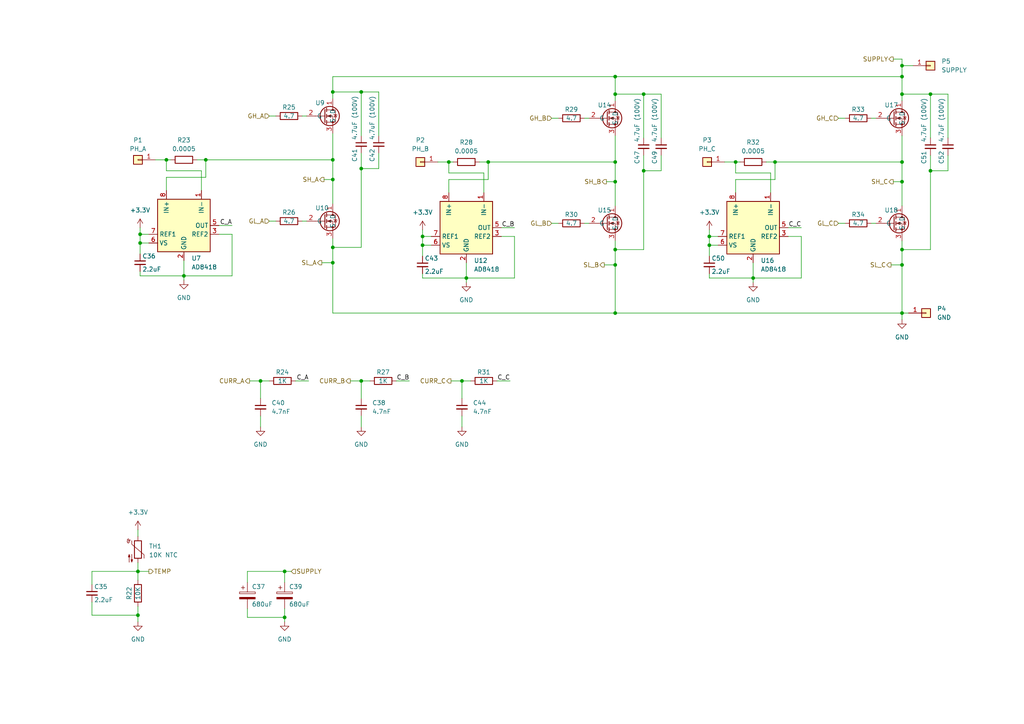
<source format=kicad_sch>
(kicad_sch (version 20230121) (generator eeschema)

  (uuid bcbe5f3a-5a60-4afc-9055-ab050909f336)

  (paper "A4")

  (lib_symbols
    (symbol "Amplifier_Current:AD8418" (in_bom yes) (on_board yes)
      (property "Reference" "U" (at -7.62 10.795 0)
        (effects (font (size 1.27 1.27)) (justify right))
      )
      (property "Value" "AD8418" (at -7.62 8.89 0)
        (effects (font (size 1.27 1.27)) (justify right))
      )
      (property "Footprint" "" (at 1.27 -8.89 0)
        (effects (font (size 1.27 1.27)) hide)
      )
      (property "Datasheet" "https://www.analog.com/media/en/technical-documentation/data-sheets/AD8418.pdf" (at 16.51 -17.78 0)
        (effects (font (size 1.27 1.27)) hide)
      )
      (property "ki_keywords" "highside HS current sense amplifier linear" (at 0 0 0)
        (effects (font (size 1.27 1.27)) hide)
      )
      (property "ki_description" "70V Bidirectional, Zero Drift, Current Sense Amplifier, 20V/V gain, bandwidth 250kHz, VS=2.7V~5.5V, SOIC-8/MSOP-8" (at 0 0 0)
        (effects (font (size 1.27 1.27)) hide)
      )
      (property "ki_fp_filters" "SOIC*3.9x4.9mm*P1.27mm* MSOP*3x3mm*P0.65mm*" (at 0 0 0)
        (effects (font (size 1.27 1.27)) hide)
      )
      (symbol "AD8418_0_1"
        (rectangle (start -7.62 7.62) (end 7.62 -7.62)
          (stroke (width 0.254) (type default))
          (fill (type background))
        )
      )
      (symbol "AD8418_1_1"
        (pin input line (at 5.08 10.16 270) (length 2.54)
          (name "IN-" (effects (font (size 1.27 1.27))))
          (number "1" (effects (font (size 1.27 1.27))))
        )
        (pin power_in line (at 0 -10.16 90) (length 2.54)
          (name "GND" (effects (font (size 1.27 1.27))))
          (number "2" (effects (font (size 1.27 1.27))))
        )
        (pin input line (at 10.16 -2.54 180) (length 2.54)
          (name "REF2" (effects (font (size 1.27 1.27))))
          (number "3" (effects (font (size 1.27 1.27))))
        )
        (pin no_connect line (at 2.54 -7.62 90) (length 2.54) hide
          (name "NC" (effects (font (size 1.27 1.27))))
          (number "4" (effects (font (size 1.27 1.27))))
        )
        (pin output line (at 10.16 0 180) (length 2.54)
          (name "OUT" (effects (font (size 1.27 1.27))))
          (number "5" (effects (font (size 1.27 1.27))))
        )
        (pin power_in line (at -10.16 -5.08 0) (length 2.54)
          (name "VS" (effects (font (size 1.27 1.27))))
          (number "6" (effects (font (size 1.27 1.27))))
        )
        (pin input line (at -10.16 -2.54 0) (length 2.54)
          (name "REF1" (effects (font (size 1.27 1.27))))
          (number "7" (effects (font (size 1.27 1.27))))
        )
        (pin input line (at -5.08 10.16 270) (length 2.54)
          (name "IN+" (effects (font (size 1.27 1.27))))
          (number "8" (effects (font (size 1.27 1.27))))
        )
      )
    )
    (symbol "Connector_Generic:Conn_01x01" (pin_names (offset 1.016) hide) (in_bom yes) (on_board yes)
      (property "Reference" "J" (at 0 2.54 0)
        (effects (font (size 1.27 1.27)))
      )
      (property "Value" "Conn_01x01" (at 0 -2.54 0)
        (effects (font (size 1.27 1.27)))
      )
      (property "Footprint" "" (at 0 0 0)
        (effects (font (size 1.27 1.27)) hide)
      )
      (property "Datasheet" "~" (at 0 0 0)
        (effects (font (size 1.27 1.27)) hide)
      )
      (property "ki_keywords" "connector" (at 0 0 0)
        (effects (font (size 1.27 1.27)) hide)
      )
      (property "ki_description" "Generic connector, single row, 01x01, script generated (kicad-library-utils/schlib/autogen/connector/)" (at 0 0 0)
        (effects (font (size 1.27 1.27)) hide)
      )
      (property "ki_fp_filters" "Connector*:*_1x??_*" (at 0 0 0)
        (effects (font (size 1.27 1.27)) hide)
      )
      (symbol "Conn_01x01_1_1"
        (rectangle (start -1.27 0.127) (end 0 -0.127)
          (stroke (width 0.1524) (type default))
          (fill (type none))
        )
        (rectangle (start -1.27 1.27) (end 1.27 -1.27)
          (stroke (width 0.254) (type default))
          (fill (type background))
        )
        (pin passive line (at -5.08 0 0) (length 3.81)
          (name "Pin_1" (effects (font (size 1.27 1.27))))
          (number "1" (effects (font (size 1.27 1.27))))
        )
      )
    )
    (symbol "CustomSymbols:IRF7749" (in_bom yes) (on_board yes)
      (property "Reference" "U" (at -3.81 5.08 0)
        (effects (font (size 1.27 1.27)))
      )
      (property "Value" "" (at 0 0 0)
        (effects (font (size 1.27 1.27)))
      )
      (property "Footprint" "" (at 0 0 0)
        (effects (font (size 1.27 1.27)) hide)
      )
      (property "Datasheet" "" (at 0 0 0)
        (effects (font (size 1.27 1.27)) hide)
      )
      (symbol "IRF7749_0_1"
        (circle (center -0.254 0) (radius 2.794)
          (stroke (width 0.254) (type default))
          (fill (type none))
        )
        (polyline
          (pts
            (xy -1.651 0)
            (xy -4.445 0)
          )
          (stroke (width 0) (type default))
          (fill (type none))
        )
        (polyline
          (pts
            (xy -1.651 1.905)
            (xy -1.651 -1.905)
          )
          (stroke (width 0.254) (type default))
          (fill (type none))
        )
        (polyline
          (pts
            (xy -1.143 -1.27)
            (xy -1.143 -2.286)
          )
          (stroke (width 0.254) (type default))
          (fill (type none))
        )
        (polyline
          (pts
            (xy -1.143 0.508)
            (xy -1.143 -0.508)
          )
          (stroke (width 0.254) (type default))
          (fill (type none))
        )
        (polyline
          (pts
            (xy -1.143 2.286)
            (xy -1.143 1.27)
          )
          (stroke (width 0.254) (type default))
          (fill (type none))
        )
        (polyline
          (pts
            (xy 0.635 2.54)
            (xy 0.635 1.778)
          )
          (stroke (width 0) (type default))
          (fill (type none))
        )
        (polyline
          (pts
            (xy 0.635 -2.54)
            (xy 0.635 0)
            (xy -1.143 0)
          )
          (stroke (width 0) (type default))
          (fill (type none))
        )
        (polyline
          (pts
            (xy -1.143 -1.778)
            (xy 1.397 -1.778)
            (xy 1.397 1.778)
            (xy -1.143 1.778)
          )
          (stroke (width 0) (type default))
          (fill (type none))
        )
        (polyline
          (pts
            (xy -0.889 0)
            (xy 0.127 0.381)
            (xy 0.127 -0.381)
            (xy -0.889 0)
          )
          (stroke (width 0) (type default))
          (fill (type outline))
        )
        (polyline
          (pts
            (xy 0.889 0.508)
            (xy 1.016 0.381)
            (xy 1.778 0.381)
            (xy 1.905 0.254)
          )
          (stroke (width 0) (type default))
          (fill (type none))
        )
        (polyline
          (pts
            (xy 1.397 0.381)
            (xy 1.016 -0.254)
            (xy 1.778 -0.254)
            (xy 1.397 0.381)
          )
          (stroke (width 0) (type default))
          (fill (type none))
        )
        (circle (center 0.635 -1.778) (radius 0.254)
          (stroke (width 0) (type default))
          (fill (type outline))
        )
        (circle (center 0.635 1.778) (radius 0.254)
          (stroke (width 0) (type default))
          (fill (type outline))
        )
      )
      (symbol "IRF7749_1_1"
        (pin passive line (at 0.635 5.08 270) (length 2.54)
          (name "D" (effects (font (size 1.27 1.27))))
          (number "1" (effects (font (size 1.27 1.27))))
        )
        (pin input line (at -6.985 0 0) (length 2.54)
          (name "G" (effects (font (size 1.27 1.27))))
          (number "2" (effects (font (size 1.27 1.27))))
        )
        (pin passive line (at 0.635 -5.08 90) (length 2.54)
          (name "S" (effects (font (size 1.27 1.27))))
          (number "3" (effects (font (size 1.27 1.27))))
        )
      )
    )
    (symbol "Device:C_Polarized" (pin_numbers hide) (pin_names (offset 0.254)) (in_bom yes) (on_board yes)
      (property "Reference" "C" (at 0.635 2.54 0)
        (effects (font (size 1.27 1.27)) (justify left))
      )
      (property "Value" "C_Polarized" (at 0.635 -2.54 0)
        (effects (font (size 1.27 1.27)) (justify left))
      )
      (property "Footprint" "" (at 0.9652 -3.81 0)
        (effects (font (size 1.27 1.27)) hide)
      )
      (property "Datasheet" "~" (at 0 0 0)
        (effects (font (size 1.27 1.27)) hide)
      )
      (property "ki_keywords" "cap capacitor" (at 0 0 0)
        (effects (font (size 1.27 1.27)) hide)
      )
      (property "ki_description" "Polarized capacitor" (at 0 0 0)
        (effects (font (size 1.27 1.27)) hide)
      )
      (property "ki_fp_filters" "CP_*" (at 0 0 0)
        (effects (font (size 1.27 1.27)) hide)
      )
      (symbol "C_Polarized_0_1"
        (rectangle (start -2.286 0.508) (end 2.286 1.016)
          (stroke (width 0) (type default))
          (fill (type none))
        )
        (polyline
          (pts
            (xy -1.778 2.286)
            (xy -0.762 2.286)
          )
          (stroke (width 0) (type default))
          (fill (type none))
        )
        (polyline
          (pts
            (xy -1.27 2.794)
            (xy -1.27 1.778)
          )
          (stroke (width 0) (type default))
          (fill (type none))
        )
        (rectangle (start 2.286 -0.508) (end -2.286 -1.016)
          (stroke (width 0) (type default))
          (fill (type outline))
        )
      )
      (symbol "C_Polarized_1_1"
        (pin passive line (at 0 3.81 270) (length 2.794)
          (name "~" (effects (font (size 1.27 1.27))))
          (number "1" (effects (font (size 1.27 1.27))))
        )
        (pin passive line (at 0 -3.81 90) (length 2.794)
          (name "~" (effects (font (size 1.27 1.27))))
          (number "2" (effects (font (size 1.27 1.27))))
        )
      )
    )
    (symbol "Device:C_Small" (pin_numbers hide) (pin_names (offset 0.254) hide) (in_bom yes) (on_board yes)
      (property "Reference" "C" (at 0.254 1.778 0)
        (effects (font (size 1.27 1.27)) (justify left))
      )
      (property "Value" "C_Small" (at 0.254 -2.032 0)
        (effects (font (size 1.27 1.27)) (justify left))
      )
      (property "Footprint" "" (at 0 0 0)
        (effects (font (size 1.27 1.27)) hide)
      )
      (property "Datasheet" "~" (at 0 0 0)
        (effects (font (size 1.27 1.27)) hide)
      )
      (property "ki_keywords" "capacitor cap" (at 0 0 0)
        (effects (font (size 1.27 1.27)) hide)
      )
      (property "ki_description" "Unpolarized capacitor, small symbol" (at 0 0 0)
        (effects (font (size 1.27 1.27)) hide)
      )
      (property "ki_fp_filters" "C_*" (at 0 0 0)
        (effects (font (size 1.27 1.27)) hide)
      )
      (symbol "C_Small_0_1"
        (polyline
          (pts
            (xy -1.524 -0.508)
            (xy 1.524 -0.508)
          )
          (stroke (width 0.3302) (type default))
          (fill (type none))
        )
        (polyline
          (pts
            (xy -1.524 0.508)
            (xy 1.524 0.508)
          )
          (stroke (width 0.3048) (type default))
          (fill (type none))
        )
      )
      (symbol "C_Small_1_1"
        (pin passive line (at 0 2.54 270) (length 2.032)
          (name "~" (effects (font (size 1.27 1.27))))
          (number "1" (effects (font (size 1.27 1.27))))
        )
        (pin passive line (at 0 -2.54 90) (length 2.032)
          (name "~" (effects (font (size 1.27 1.27))))
          (number "2" (effects (font (size 1.27 1.27))))
        )
      )
    )
    (symbol "Device:R" (pin_numbers hide) (pin_names (offset 0)) (in_bom yes) (on_board yes)
      (property "Reference" "R" (at 2.032 0 90)
        (effects (font (size 1.27 1.27)))
      )
      (property "Value" "R" (at 0 0 90)
        (effects (font (size 1.27 1.27)))
      )
      (property "Footprint" "" (at -1.778 0 90)
        (effects (font (size 1.27 1.27)) hide)
      )
      (property "Datasheet" "~" (at 0 0 0)
        (effects (font (size 1.27 1.27)) hide)
      )
      (property "ki_keywords" "R res resistor" (at 0 0 0)
        (effects (font (size 1.27 1.27)) hide)
      )
      (property "ki_description" "Resistor" (at 0 0 0)
        (effects (font (size 1.27 1.27)) hide)
      )
      (property "ki_fp_filters" "R_*" (at 0 0 0)
        (effects (font (size 1.27 1.27)) hide)
      )
      (symbol "R_0_1"
        (rectangle (start -1.016 -2.54) (end 1.016 2.54)
          (stroke (width 0.254) (type default))
          (fill (type none))
        )
      )
      (symbol "R_1_1"
        (pin passive line (at 0 3.81 270) (length 1.27)
          (name "~" (effects (font (size 1.27 1.27))))
          (number "1" (effects (font (size 1.27 1.27))))
        )
        (pin passive line (at 0 -3.81 90) (length 1.27)
          (name "~" (effects (font (size 1.27 1.27))))
          (number "2" (effects (font (size 1.27 1.27))))
        )
      )
    )
    (symbol "Device:Thermistor_NTC" (pin_numbers hide) (pin_names (offset 0)) (in_bom yes) (on_board yes)
      (property "Reference" "TH" (at -4.445 0 90)
        (effects (font (size 1.27 1.27)))
      )
      (property "Value" "Thermistor_NTC" (at 3.175 0 90)
        (effects (font (size 1.27 1.27)))
      )
      (property "Footprint" "" (at 0 1.27 0)
        (effects (font (size 1.27 1.27)) hide)
      )
      (property "Datasheet" "~" (at 0 1.27 0)
        (effects (font (size 1.27 1.27)) hide)
      )
      (property "ki_keywords" "thermistor NTC resistor sensor RTD" (at 0 0 0)
        (effects (font (size 1.27 1.27)) hide)
      )
      (property "ki_description" "Temperature dependent resistor, negative temperature coefficient" (at 0 0 0)
        (effects (font (size 1.27 1.27)) hide)
      )
      (property "ki_fp_filters" "*NTC* *Thermistor* PIN?ARRAY* bornier* *Terminal?Block* R_*" (at 0 0 0)
        (effects (font (size 1.27 1.27)) hide)
      )
      (symbol "Thermistor_NTC_0_1"
        (arc (start -3.048 2.159) (mid -3.0495 2.3143) (end -3.175 2.413)
          (stroke (width 0) (type default))
          (fill (type none))
        )
        (arc (start -3.048 2.159) (mid -2.9736 1.9794) (end -2.794 1.905)
          (stroke (width 0) (type default))
          (fill (type none))
        )
        (arc (start -3.048 2.794) (mid -2.9736 2.6144) (end -2.794 2.54)
          (stroke (width 0) (type default))
          (fill (type none))
        )
        (arc (start -2.794 1.905) (mid -2.6144 1.9794) (end -2.54 2.159)
          (stroke (width 0) (type default))
          (fill (type none))
        )
        (arc (start -2.794 2.54) (mid -2.4393 2.5587) (end -2.159 2.794)
          (stroke (width 0) (type default))
          (fill (type none))
        )
        (arc (start -2.794 3.048) (mid -2.9736 2.9736) (end -3.048 2.794)
          (stroke (width 0) (type default))
          (fill (type none))
        )
        (arc (start -2.54 2.794) (mid -2.6144 2.9736) (end -2.794 3.048)
          (stroke (width 0) (type default))
          (fill (type none))
        )
        (rectangle (start -1.016 2.54) (end 1.016 -2.54)
          (stroke (width 0.254) (type default))
          (fill (type none))
        )
        (polyline
          (pts
            (xy -2.54 2.159)
            (xy -2.54 2.794)
          )
          (stroke (width 0) (type default))
          (fill (type none))
        )
        (polyline
          (pts
            (xy -1.778 2.54)
            (xy -1.778 1.524)
            (xy 1.778 -1.524)
            (xy 1.778 -2.54)
          )
          (stroke (width 0) (type default))
          (fill (type none))
        )
        (polyline
          (pts
            (xy -2.54 -3.683)
            (xy -2.54 -1.397)
            (xy -2.794 -2.159)
            (xy -2.286 -2.159)
            (xy -2.54 -1.397)
            (xy -2.54 -1.651)
          )
          (stroke (width 0) (type default))
          (fill (type outline))
        )
        (polyline
          (pts
            (xy -1.778 -1.397)
            (xy -1.778 -3.683)
            (xy -2.032 -2.921)
            (xy -1.524 -2.921)
            (xy -1.778 -3.683)
            (xy -1.778 -3.429)
          )
          (stroke (width 0) (type default))
          (fill (type outline))
        )
      )
      (symbol "Thermistor_NTC_1_1"
        (pin passive line (at 0 3.81 270) (length 1.27)
          (name "~" (effects (font (size 1.27 1.27))))
          (number "1" (effects (font (size 1.27 1.27))))
        )
        (pin passive line (at 0 -3.81 90) (length 1.27)
          (name "~" (effects (font (size 1.27 1.27))))
          (number "2" (effects (font (size 1.27 1.27))))
        )
      )
    )
    (symbol "power:+3.3V" (power) (pin_names (offset 0)) (in_bom yes) (on_board yes)
      (property "Reference" "#PWR" (at 0 -3.81 0)
        (effects (font (size 1.27 1.27)) hide)
      )
      (property "Value" "+3.3V" (at 0 3.556 0)
        (effects (font (size 1.27 1.27)))
      )
      (property "Footprint" "" (at 0 0 0)
        (effects (font (size 1.27 1.27)) hide)
      )
      (property "Datasheet" "" (at 0 0 0)
        (effects (font (size 1.27 1.27)) hide)
      )
      (property "ki_keywords" "global power" (at 0 0 0)
        (effects (font (size 1.27 1.27)) hide)
      )
      (property "ki_description" "Power symbol creates a global label with name \"+3.3V\"" (at 0 0 0)
        (effects (font (size 1.27 1.27)) hide)
      )
      (symbol "+3.3V_0_1"
        (polyline
          (pts
            (xy -0.762 1.27)
            (xy 0 2.54)
          )
          (stroke (width 0) (type default))
          (fill (type none))
        )
        (polyline
          (pts
            (xy 0 0)
            (xy 0 2.54)
          )
          (stroke (width 0) (type default))
          (fill (type none))
        )
        (polyline
          (pts
            (xy 0 2.54)
            (xy 0.762 1.27)
          )
          (stroke (width 0) (type default))
          (fill (type none))
        )
      )
      (symbol "+3.3V_1_1"
        (pin power_in line (at 0 0 90) (length 0) hide
          (name "+3.3V" (effects (font (size 1.27 1.27))))
          (number "1" (effects (font (size 1.27 1.27))))
        )
      )
    )
    (symbol "power:GND" (power) (pin_names (offset 0)) (in_bom yes) (on_board yes)
      (property "Reference" "#PWR" (at 0 -6.35 0)
        (effects (font (size 1.27 1.27)) hide)
      )
      (property "Value" "GND" (at 0 -3.81 0)
        (effects (font (size 1.27 1.27)))
      )
      (property "Footprint" "" (at 0 0 0)
        (effects (font (size 1.27 1.27)) hide)
      )
      (property "Datasheet" "" (at 0 0 0)
        (effects (font (size 1.27 1.27)) hide)
      )
      (property "ki_keywords" "global power" (at 0 0 0)
        (effects (font (size 1.27 1.27)) hide)
      )
      (property "ki_description" "Power symbol creates a global label with name \"GND\" , ground" (at 0 0 0)
        (effects (font (size 1.27 1.27)) hide)
      )
      (symbol "GND_0_1"
        (polyline
          (pts
            (xy 0 0)
            (xy 0 -1.27)
            (xy 1.27 -1.27)
            (xy 0 -2.54)
            (xy -1.27 -1.27)
            (xy 0 -1.27)
          )
          (stroke (width 0) (type default))
          (fill (type none))
        )
      )
      (symbol "GND_1_1"
        (pin power_in line (at 0 0 270) (length 0) hide
          (name "GND" (effects (font (size 1.27 1.27))))
          (number "1" (effects (font (size 1.27 1.27))))
        )
      )
    )
  )

  (junction (at 269.875 49.53) (diameter 0) (color 0 0 0 0)
    (uuid 061f7e2d-9790-480f-90ce-fb86bf7b1666)
  )
  (junction (at 261.62 19.05) (diameter 0) (color 0 0 0 0)
    (uuid 064146ca-eac9-4694-8303-d03f3548c278)
  )
  (junction (at 178.435 72.39) (diameter 0) (color 0 0 0 0)
    (uuid 0734580f-cb8e-4dc4-a09b-c2a0f20ec84b)
  )
  (junction (at 96.52 46.355) (diameter 0) (color 0 0 0 0)
    (uuid 16e83b8c-3215-49b3-b04d-fb01dec701fc)
  )
  (junction (at 178.435 46.99) (diameter 0) (color 0 0 0 0)
    (uuid 2189af61-577d-4bf0-bbba-61b3e445b554)
  )
  (junction (at 261.62 22.225) (diameter 0) (color 0 0 0 0)
    (uuid 2595edf6-806a-456b-a33d-4b9ff17ee2f2)
  )
  (junction (at 96.52 76.2) (diameter 0) (color 0 0 0 0)
    (uuid 2694fa1b-a010-4d43-baed-26ba919df26d)
  )
  (junction (at 178.435 22.225) (diameter 0) (color 0 0 0 0)
    (uuid 27d45993-c7dd-4b6e-bb43-40993364c7b3)
  )
  (junction (at 186.69 49.53) (diameter 0) (color 0 0 0 0)
    (uuid 2cc561da-70b0-432e-87a5-625f9885ae8a)
  )
  (junction (at 40.005 165.735) (diameter 0) (color 0 0 0 0)
    (uuid 31282df5-eb5d-43dc-8189-d79cbcbd0fad)
  )
  (junction (at 261.62 27.305) (diameter 0) (color 0 0 0 0)
    (uuid 39ce0e81-3f5f-41dc-ab28-d729217a43cd)
  )
  (junction (at 133.985 110.49) (diameter 0) (color 0 0 0 0)
    (uuid 3f1e6aeb-512a-40d9-b23e-e218e10003ad)
  )
  (junction (at 205.74 71.12) (diameter 0) (color 0 0 0 0)
    (uuid 430b18cd-da25-4951-98af-244ab1099cf9)
  )
  (junction (at 141.605 46.99) (diameter 0) (color 0 0 0 0)
    (uuid 4534b7bd-4caa-459d-9977-174bf4795027)
  )
  (junction (at 122.555 71.12) (diameter 0) (color 0 0 0 0)
    (uuid 45e7c8e1-6e69-4c94-86e9-8f8ecd0e40e1)
  )
  (junction (at 53.34 80.01) (diameter 0) (color 0 0 0 0)
    (uuid 4aa076d5-664a-43d5-86f3-91d273a3e946)
  )
  (junction (at 40.64 70.485) (diameter 0) (color 0 0 0 0)
    (uuid 4c3a3c0c-42d3-4685-afe9-18c03c78eb74)
  )
  (junction (at 261.62 46.99) (diameter 0) (color 0 0 0 0)
    (uuid 59d33cbe-6bfb-4d8a-bac2-bb2cbbd652d9)
  )
  (junction (at 104.775 48.895) (diameter 0) (color 0 0 0 0)
    (uuid 5a4e713f-5522-47ff-b64f-19dc7b8bd788)
  )
  (junction (at 40.64 67.945) (diameter 0) (color 0 0 0 0)
    (uuid 5fced7ca-87a1-4429-b086-e3382df41fb3)
  )
  (junction (at 122.555 68.58) (diameter 0) (color 0 0 0 0)
    (uuid 61daabc3-1122-4dfa-8000-2abd387e25c7)
  )
  (junction (at 96.52 52.07) (diameter 0) (color 0 0 0 0)
    (uuid 70e34f8d-46f4-4bc5-a77b-ac965d6a6f0b)
  )
  (junction (at 82.55 165.735) (diameter 0) (color 0 0 0 0)
    (uuid 748aad86-9c1f-402e-ae90-bc199dfdc681)
  )
  (junction (at 269.875 27.305) (diameter 0) (color 0 0 0 0)
    (uuid 85d28e65-63dc-4688-a5c5-567c4b56760e)
  )
  (junction (at 96.52 26.67) (diameter 0) (color 0 0 0 0)
    (uuid 894d0dc1-5acd-4e72-a790-84874517fcf9)
  )
  (junction (at 261.62 72.39) (diameter 0) (color 0 0 0 0)
    (uuid 94ea4d32-51f7-4bfd-a565-c5ffa16f3bec)
  )
  (junction (at 213.36 46.99) (diameter 0) (color 0 0 0 0)
    (uuid a01c69c8-c231-4487-8b31-d7f20cb3816c)
  )
  (junction (at 104.775 26.67) (diameter 0) (color 0 0 0 0)
    (uuid aafc18bb-c837-4358-9a2e-7f512b4bc5d6)
  )
  (junction (at 178.435 27.305) (diameter 0) (color 0 0 0 0)
    (uuid ad3e0997-df3a-47a6-a6b2-328550bd5e5c)
  )
  (junction (at 59.69 46.355) (diameter 0) (color 0 0 0 0)
    (uuid ad48ccea-a6dc-4f88-a7b3-2baecf07456a)
  )
  (junction (at 104.775 110.49) (diameter 0) (color 0 0 0 0)
    (uuid b44aaca5-ab0c-4ac6-8b61-f2e3e3fb4962)
  )
  (junction (at 261.62 52.705) (diameter 0) (color 0 0 0 0)
    (uuid bae13a31-93ac-4aa0-8381-6cb274a65ac9)
  )
  (junction (at 218.44 80.645) (diameter 0) (color 0 0 0 0)
    (uuid bd2b6994-5b8b-4534-b4bf-49e23e3c2599)
  )
  (junction (at 261.62 90.805) (diameter 0) (color 0 0 0 0)
    (uuid be344c1b-3709-48fd-aec7-82e80091a138)
  )
  (junction (at 75.565 110.49) (diameter 0) (color 0 0 0 0)
    (uuid be43b349-8c81-4aed-9bc9-94c37cd9d6a0)
  )
  (junction (at 96.52 71.755) (diameter 0) (color 0 0 0 0)
    (uuid c296e28a-341c-4620-ab32-7f46e03e1312)
  )
  (junction (at 178.435 52.705) (diameter 0) (color 0 0 0 0)
    (uuid c5a5afa1-b60c-464c-b14b-750c9a040e18)
  )
  (junction (at 130.175 46.99) (diameter 0) (color 0 0 0 0)
    (uuid c62df0ec-13f6-4b4f-866b-ba74235c7677)
  )
  (junction (at 178.435 90.805) (diameter 0) (color 0 0 0 0)
    (uuid cd0573a2-8d23-4a34-bdac-6bd4ea76c259)
  )
  (junction (at 261.62 76.835) (diameter 0) (color 0 0 0 0)
    (uuid d8836e9e-45d7-49b8-812f-aff9d6c0f3a8)
  )
  (junction (at 186.69 27.305) (diameter 0) (color 0 0 0 0)
    (uuid db81d660-90d0-4d5b-aa5c-aea6f1e654c0)
  )
  (junction (at 48.26 46.355) (diameter 0) (color 0 0 0 0)
    (uuid ddeac052-570d-4a7f-9c77-d230c7f7a54f)
  )
  (junction (at 135.255 80.645) (diameter 0) (color 0 0 0 0)
    (uuid dffa27d1-8da1-49cc-a0e3-ac5b71ba2620)
  )
  (junction (at 82.55 179.07) (diameter 0) (color 0 0 0 0)
    (uuid eb6dafba-09ef-401e-8945-d62fe1c715b1)
  )
  (junction (at 224.79 46.99) (diameter 0) (color 0 0 0 0)
    (uuid f2749005-9320-46bb-9f44-89062fb86968)
  )
  (junction (at 40.005 178.435) (diameter 0) (color 0 0 0 0)
    (uuid f2794cfd-3d66-43fb-a80c-f35a8db5a92f)
  )
  (junction (at 178.435 76.835) (diameter 0) (color 0 0 0 0)
    (uuid fdb3787c-326c-4394-a1db-40233ac9e64c)
  )
  (junction (at 205.74 68.58) (diameter 0) (color 0 0 0 0)
    (uuid ff2cc882-fe69-48b3-b465-3d240e770390)
  )

  (wire (pts (xy 40.64 78.74) (xy 40.64 80.01))
    (stroke (width 0) (type default))
    (uuid 00f1f8c4-6022-4eb1-ba24-214f9a8b9e2b)
  )
  (wire (pts (xy 261.62 19.05) (xy 264.795 19.05))
    (stroke (width 0) (type default))
    (uuid 02b5e2f5-33ea-4d49-885f-9c28a8b6c7de)
  )
  (wire (pts (xy 114.935 110.49) (xy 118.745 110.49))
    (stroke (width 0) (type default))
    (uuid 02ce1d9a-a8bc-4b49-a18b-431147499526)
  )
  (wire (pts (xy 269.875 45.085) (xy 269.875 49.53))
    (stroke (width 0) (type default))
    (uuid 02ec0b25-c4c3-4538-a119-946060797bb7)
  )
  (wire (pts (xy 208.28 71.12) (xy 205.74 71.12))
    (stroke (width 0) (type default))
    (uuid 03ce3700-3f03-49a2-8da2-4899d2605af5)
  )
  (wire (pts (xy 269.875 27.305) (xy 274.955 27.305))
    (stroke (width 0) (type default))
    (uuid 08072705-acbd-4a9e-a817-474e20f9f675)
  )
  (wire (pts (xy 261.62 76.835) (xy 261.62 90.805))
    (stroke (width 0) (type default))
    (uuid 08ef26b3-ff09-424c-999c-85379afc0153)
  )
  (wire (pts (xy 178.435 22.225) (xy 178.435 27.305))
    (stroke (width 0) (type default))
    (uuid 0a6a52ec-c2f1-4516-aba4-0b3b92c8e4e5)
  )
  (wire (pts (xy 40.005 153.67) (xy 40.005 155.575))
    (stroke (width 0) (type default))
    (uuid 0ae6fef3-f252-4020-8979-cbc2dff2e6de)
  )
  (wire (pts (xy 104.775 48.895) (xy 109.855 48.895))
    (stroke (width 0) (type default))
    (uuid 0b604fea-9e64-4a9e-98ed-ef8b953eff84)
  )
  (wire (pts (xy 144.145 110.49) (xy 147.955 110.49))
    (stroke (width 0) (type default))
    (uuid 0f13b824-ddac-49ae-a16c-d3d16b077468)
  )
  (wire (pts (xy 40.005 165.735) (xy 43.18 165.735))
    (stroke (width 0) (type default))
    (uuid 0f76490b-f022-4c14-a189-c0f059a16044)
  )
  (wire (pts (xy 213.36 52.07) (xy 224.79 52.07))
    (stroke (width 0) (type default))
    (uuid 11b32133-49ba-4425-a05b-8ce002d0a668)
  )
  (wire (pts (xy 210.185 46.99) (xy 213.36 46.99))
    (stroke (width 0) (type default))
    (uuid 127ca598-c98b-42ee-b826-fb8a7189ec0d)
  )
  (wire (pts (xy 135.255 80.645) (xy 135.255 81.915))
    (stroke (width 0) (type default))
    (uuid 16a00bf7-731b-4834-8cc0-0c535c788875)
  )
  (wire (pts (xy 228.6 66.04) (xy 232.41 66.04))
    (stroke (width 0) (type default))
    (uuid 1a557b88-642b-4a61-802b-4d6b4e42728d)
  )
  (wire (pts (xy 26.67 174.625) (xy 26.67 178.435))
    (stroke (width 0) (type default))
    (uuid 1ab589bd-6745-4abd-bf06-207e0d5e822c)
  )
  (wire (pts (xy 96.52 28.575) (xy 96.52 26.67))
    (stroke (width 0) (type default))
    (uuid 1ad811d7-811c-4d45-82ba-8f1ed6a31738)
  )
  (wire (pts (xy 75.565 110.49) (xy 75.565 115.57))
    (stroke (width 0) (type default))
    (uuid 1b36b19c-ac4a-4601-a30c-8d45fddd114f)
  )
  (wire (pts (xy 75.565 120.65) (xy 75.565 123.825))
    (stroke (width 0) (type default))
    (uuid 1d54654a-4f06-4beb-8492-c3c152fa0966)
  )
  (wire (pts (xy 223.52 50.165) (xy 223.52 55.88))
    (stroke (width 0) (type default))
    (uuid 1dff37de-4195-4b89-ba3f-06890b147fe0)
  )
  (wire (pts (xy 261.62 22.225) (xy 261.62 19.05))
    (stroke (width 0) (type default))
    (uuid 1f392a09-259c-4759-8278-aef4aaff9b02)
  )
  (wire (pts (xy 40.64 70.485) (xy 40.64 73.66))
    (stroke (width 0) (type default))
    (uuid 1f6a7e32-a3aa-4b66-bbe4-12d9519d6e0a)
  )
  (wire (pts (xy 130.175 50.165) (xy 130.175 46.99))
    (stroke (width 0) (type default))
    (uuid 20e15091-fc70-4f39-9789-7dee7c40a0c4)
  )
  (wire (pts (xy 243.205 34.29) (xy 245.11 34.29))
    (stroke (width 0) (type default))
    (uuid 236a3cf0-15e7-461a-949a-2208161598f5)
  )
  (wire (pts (xy 109.855 44.45) (xy 109.855 48.895))
    (stroke (width 0) (type default))
    (uuid 24d2fb83-3796-49b0-ba13-f725abad98ae)
  )
  (wire (pts (xy 104.775 120.65) (xy 104.775 123.825))
    (stroke (width 0) (type default))
    (uuid 255b211e-c292-424c-a09e-78a91a4baebd)
  )
  (wire (pts (xy 175.26 76.835) (xy 178.435 76.835))
    (stroke (width 0) (type default))
    (uuid 26ab51ec-dcee-42c3-a09c-d12c1a88108e)
  )
  (wire (pts (xy 63.5 65.405) (xy 67.31 65.405))
    (stroke (width 0) (type default))
    (uuid 28a56680-f929-4f8b-b92b-ffe1144b75de)
  )
  (wire (pts (xy 140.335 50.165) (xy 130.175 50.165))
    (stroke (width 0) (type default))
    (uuid 298e5748-ef76-4012-a4f0-3381f2ede199)
  )
  (wire (pts (xy 186.69 45.085) (xy 186.69 49.53))
    (stroke (width 0) (type default))
    (uuid 29ae8778-7a3e-499e-8801-aba45d592938)
  )
  (wire (pts (xy 178.435 52.705) (xy 178.435 59.69))
    (stroke (width 0) (type default))
    (uuid 2a4216a1-c404-40c7-a06b-377b2294ebe5)
  )
  (wire (pts (xy 223.52 50.165) (xy 213.36 50.165))
    (stroke (width 0) (type default))
    (uuid 2cf5ba16-150e-41e8-b5f7-9ad668117d39)
  )
  (wire (pts (xy 135.255 76.2) (xy 135.255 80.645))
    (stroke (width 0) (type default))
    (uuid 2e6e266c-d46e-4d16-85ec-08f4daf6846e)
  )
  (wire (pts (xy 205.74 71.12) (xy 205.74 74.295))
    (stroke (width 0) (type default))
    (uuid 30266e1d-d995-4bed-99f3-5a33663c852a)
  )
  (wire (pts (xy 53.34 80.01) (xy 53.34 81.28))
    (stroke (width 0) (type default))
    (uuid 32f40f5f-c4d2-4f8b-af23-4278098a03d4)
  )
  (wire (pts (xy 139.065 46.99) (xy 141.605 46.99))
    (stroke (width 0) (type default))
    (uuid 3562e803-fa23-4aaa-b215-e7c299358969)
  )
  (wire (pts (xy 96.52 26.67) (xy 104.775 26.67))
    (stroke (width 0) (type default))
    (uuid 364b903d-ebc0-466f-b66e-ac0757013095)
  )
  (wire (pts (xy 191.77 27.305) (xy 191.77 40.005))
    (stroke (width 0) (type default))
    (uuid 396ddccb-03e8-489e-bdaf-30360b56133a)
  )
  (wire (pts (xy 149.225 68.58) (xy 145.415 68.58))
    (stroke (width 0) (type default))
    (uuid 3cc5add8-107a-4720-8342-9b4db90357ae)
  )
  (wire (pts (xy 269.875 49.53) (xy 274.955 49.53))
    (stroke (width 0) (type default))
    (uuid 3d1229ec-3107-4143-86dd-461e265abd7d)
  )
  (wire (pts (xy 140.335 50.165) (xy 140.335 55.88))
    (stroke (width 0) (type default))
    (uuid 3e6f0919-a8ee-49e0-a19c-ede328d1b5dc)
  )
  (wire (pts (xy 53.34 80.01) (xy 67.31 80.01))
    (stroke (width 0) (type default))
    (uuid 413759e6-22a4-496b-8012-84219152bbcc)
  )
  (wire (pts (xy 122.555 79.375) (xy 122.555 80.645))
    (stroke (width 0) (type default))
    (uuid 421a3b1b-340e-4a13-9672-390441e9423d)
  )
  (wire (pts (xy 57.15 46.355) (xy 59.69 46.355))
    (stroke (width 0) (type default))
    (uuid 4415d622-2a9b-4943-8cb6-e923cb94ecf0)
  )
  (wire (pts (xy 125.095 68.58) (xy 122.555 68.58))
    (stroke (width 0) (type default))
    (uuid 4512cf47-6fca-4dbc-8421-cc868c079792)
  )
  (wire (pts (xy 82.55 165.735) (xy 82.55 168.91))
    (stroke (width 0) (type default))
    (uuid 45c50196-32e9-43a9-8e97-07a68243d372)
  )
  (wire (pts (xy 169.545 34.29) (xy 170.815 34.29))
    (stroke (width 0) (type default))
    (uuid 4816dead-ab3e-4c9f-b518-2500c8547fec)
  )
  (wire (pts (xy 67.31 80.01) (xy 67.31 67.945))
    (stroke (width 0) (type default))
    (uuid 4acc0b4b-a1e4-4f5e-8971-58fa3b1f35ff)
  )
  (wire (pts (xy 104.775 110.49) (xy 107.315 110.49))
    (stroke (width 0) (type default))
    (uuid 4b9f2be3-5d87-489f-9476-12ebb0b08c8a)
  )
  (wire (pts (xy 218.44 76.2) (xy 218.44 80.645))
    (stroke (width 0) (type default))
    (uuid 4dc9b0ba-f0ec-4320-b8f6-02514a8e90a9)
  )
  (wire (pts (xy 169.545 64.77) (xy 170.815 64.77))
    (stroke (width 0) (type default))
    (uuid 4ead8a75-f21d-4a56-b5e4-c3a3f1dd4d28)
  )
  (wire (pts (xy 43.18 67.945) (xy 40.64 67.945))
    (stroke (width 0) (type default))
    (uuid 4fd42f8d-4856-442b-8d6f-42962d62b531)
  )
  (wire (pts (xy 122.555 66.675) (xy 122.555 68.58))
    (stroke (width 0) (type default))
    (uuid 50b6a2e7-0b3b-4679-bc6e-af03a56d9679)
  )
  (wire (pts (xy 104.775 26.67) (xy 104.775 39.37))
    (stroke (width 0) (type default))
    (uuid 51696e7c-0223-4499-961e-d04118708d3f)
  )
  (wire (pts (xy 71.755 168.91) (xy 71.755 165.735))
    (stroke (width 0) (type default))
    (uuid 530b849e-e9bf-42e0-b58b-fe9773effb2d)
  )
  (wire (pts (xy 141.605 52.07) (xy 141.605 46.99))
    (stroke (width 0) (type default))
    (uuid 55326f04-482b-494f-9071-fa763e5995a0)
  )
  (wire (pts (xy 130.81 110.49) (xy 133.985 110.49))
    (stroke (width 0) (type default))
    (uuid 560e197a-4885-4c89-ba84-17c9183858d6)
  )
  (wire (pts (xy 96.52 46.355) (xy 96.52 52.07))
    (stroke (width 0) (type default))
    (uuid 561458f5-f799-41b7-a094-e94ac4ce0687)
  )
  (wire (pts (xy 43.18 70.485) (xy 40.64 70.485))
    (stroke (width 0) (type default))
    (uuid 56b3fa01-830e-4a24-8cfa-84c0b256e8c1)
  )
  (wire (pts (xy 261.62 90.805) (xy 263.525 90.805))
    (stroke (width 0) (type default))
    (uuid 56c35875-ee32-41fc-b900-00fa00a85631)
  )
  (wire (pts (xy 78.105 64.135) (xy 80.01 64.135))
    (stroke (width 0) (type default))
    (uuid 5863a876-dbe9-445a-89c1-7047069f1310)
  )
  (wire (pts (xy 71.755 179.07) (xy 82.55 179.07))
    (stroke (width 0) (type default))
    (uuid 5b3a3df0-c4e5-4a6f-b92c-9b127d037b17)
  )
  (wire (pts (xy 224.79 46.99) (xy 261.62 46.99))
    (stroke (width 0) (type default))
    (uuid 5bab975a-bd54-4eb9-aa77-65bfe2679c07)
  )
  (wire (pts (xy 48.26 51.435) (xy 59.69 51.435))
    (stroke (width 0) (type default))
    (uuid 5f804130-df97-4805-93c6-0694e4d422b6)
  )
  (wire (pts (xy 259.08 17.145) (xy 261.62 17.145))
    (stroke (width 0) (type default))
    (uuid 6101026b-2f9a-4bf1-94ff-b15f233d3882)
  )
  (wire (pts (xy 40.005 165.735) (xy 40.005 168.275))
    (stroke (width 0) (type default))
    (uuid 61d36f01-bdd2-4886-998a-eb6e05a9b1e2)
  )
  (wire (pts (xy 40.64 66.04) (xy 40.64 67.945))
    (stroke (width 0) (type default))
    (uuid 629420cd-369c-4f5c-baf3-c513f3f2c620)
  )
  (wire (pts (xy 122.555 80.645) (xy 135.255 80.645))
    (stroke (width 0) (type default))
    (uuid 62981b70-7e17-4b95-8311-13a5cc5b235b)
  )
  (wire (pts (xy 261.62 39.37) (xy 261.62 46.99))
    (stroke (width 0) (type default))
    (uuid 65af5544-2a9d-422f-9a61-3e64353b9625)
  )
  (wire (pts (xy 59.69 51.435) (xy 59.69 46.355))
    (stroke (width 0) (type default))
    (uuid 6645ae1f-18df-4db6-943d-e60f95f30324)
  )
  (wire (pts (xy 261.62 52.705) (xy 261.62 59.69))
    (stroke (width 0) (type default))
    (uuid 6678a89e-a4c4-4ffe-af0c-d1a3937058ff)
  )
  (wire (pts (xy 259.08 52.705) (xy 261.62 52.705))
    (stroke (width 0) (type default))
    (uuid 66b0dd4e-0c47-47c0-9f7b-c77d791d04ff)
  )
  (wire (pts (xy 125.095 71.12) (xy 122.555 71.12))
    (stroke (width 0) (type default))
    (uuid 66e26eee-e794-4ace-bd89-fd68256f52b9)
  )
  (wire (pts (xy 224.79 52.07) (xy 224.79 46.99))
    (stroke (width 0) (type default))
    (uuid 6718228d-fcab-4893-aaee-ce24a20c72ee)
  )
  (wire (pts (xy 261.62 72.39) (xy 261.62 76.835))
    (stroke (width 0) (type default))
    (uuid 673e1b01-0f0a-4dc5-b07b-9a7eefb17623)
  )
  (wire (pts (xy 261.62 19.05) (xy 261.62 17.145))
    (stroke (width 0) (type default))
    (uuid 6b3298df-c3df-4c32-ae42-82b97b79ffe3)
  )
  (wire (pts (xy 58.42 49.53) (xy 48.26 49.53))
    (stroke (width 0) (type default))
    (uuid 6d6f4924-e573-4594-a81b-344cfb7a739a)
  )
  (wire (pts (xy 269.875 72.39) (xy 261.62 72.39))
    (stroke (width 0) (type default))
    (uuid 6e6f8c9c-be12-499e-9018-bd4b194ac4fc)
  )
  (wire (pts (xy 26.67 169.545) (xy 26.67 165.735))
    (stroke (width 0) (type default))
    (uuid 761a1760-cf3d-4327-ba27-580f7dd2758c)
  )
  (wire (pts (xy 85.725 110.49) (xy 89.535 110.49))
    (stroke (width 0) (type default))
    (uuid 772899d8-117c-45ce-916f-8c5108c33dd0)
  )
  (wire (pts (xy 71.755 165.735) (xy 82.55 165.735))
    (stroke (width 0) (type default))
    (uuid 78df6cc3-9581-4a77-b04f-ebf06ee78142)
  )
  (wire (pts (xy 53.34 75.565) (xy 53.34 80.01))
    (stroke (width 0) (type default))
    (uuid 78f0ff99-0459-4948-b682-bbb722ba6ba1)
  )
  (wire (pts (xy 127 46.99) (xy 130.175 46.99))
    (stroke (width 0) (type default))
    (uuid 793eaa4f-70d5-432f-bb1a-bd15add07277)
  )
  (wire (pts (xy 78.105 33.655) (xy 80.01 33.655))
    (stroke (width 0) (type default))
    (uuid 7cc12879-c7e2-4774-9e61-29bfc84bdd36)
  )
  (wire (pts (xy 218.44 80.645) (xy 232.41 80.645))
    (stroke (width 0) (type default))
    (uuid 7cf4a170-bdf1-4dda-94c8-01c2684f0d60)
  )
  (wire (pts (xy 178.435 90.805) (xy 261.62 90.805))
    (stroke (width 0) (type default))
    (uuid 7d0c384f-1fd6-4262-919c-87b20b8bc1ab)
  )
  (wire (pts (xy 178.435 27.305) (xy 186.69 27.305))
    (stroke (width 0) (type default))
    (uuid 7d1f691e-8965-4d37-82d6-554ab919571f)
  )
  (wire (pts (xy 178.435 29.21) (xy 178.435 27.305))
    (stroke (width 0) (type default))
    (uuid 7e4e10df-2110-4f74-8a83-ff07f6bd328b)
  )
  (wire (pts (xy 104.775 44.45) (xy 104.775 48.895))
    (stroke (width 0) (type default))
    (uuid 8210875b-a26c-4ca1-804a-128f4e061fab)
  )
  (wire (pts (xy 160.02 64.77) (xy 161.925 64.77))
    (stroke (width 0) (type default))
    (uuid 83ca8b80-b8bd-4a7f-808c-02328bb72a0b)
  )
  (wire (pts (xy 96.52 71.755) (xy 96.52 76.2))
    (stroke (width 0) (type default))
    (uuid 85752564-26f2-4deb-bfd5-59728896c631)
  )
  (wire (pts (xy 67.31 67.945) (xy 63.5 67.945))
    (stroke (width 0) (type default))
    (uuid 86b08da4-2f54-4ea6-b62c-119ae4042f19)
  )
  (wire (pts (xy 178.435 39.37) (xy 178.435 46.99))
    (stroke (width 0) (type default))
    (uuid 8707d189-20b8-4039-8395-d5c18d95f93a)
  )
  (wire (pts (xy 130.175 52.07) (xy 141.605 52.07))
    (stroke (width 0) (type default))
    (uuid 89d25207-1529-45b1-9de8-20c41fdd822b)
  )
  (wire (pts (xy 149.225 80.645) (xy 149.225 68.58))
    (stroke (width 0) (type default))
    (uuid 8b15ae41-74e8-4553-9f05-3347382e2e21)
  )
  (wire (pts (xy 104.775 71.755) (xy 96.52 71.755))
    (stroke (width 0) (type default))
    (uuid 8b75b96d-88a6-457b-894b-d2f77cc8590f)
  )
  (wire (pts (xy 178.435 69.85) (xy 178.435 72.39))
    (stroke (width 0) (type default))
    (uuid 8c30366a-f1b3-488d-bf85-4a5782449529)
  )
  (wire (pts (xy 96.52 69.215) (xy 96.52 71.755))
    (stroke (width 0) (type default))
    (uuid 8ddf030a-6c66-4635-afa9-076d851f785f)
  )
  (wire (pts (xy 96.52 38.735) (xy 96.52 46.355))
    (stroke (width 0) (type default))
    (uuid 8fde3c6c-7f2c-49b1-90d3-f4e3548c2b12)
  )
  (wire (pts (xy 261.62 22.225) (xy 261.62 27.305))
    (stroke (width 0) (type default))
    (uuid 911cd69e-8b19-4cec-babf-a36613fd3032)
  )
  (wire (pts (xy 130.175 52.07) (xy 130.175 55.88))
    (stroke (width 0) (type default))
    (uuid 922550cb-0bc4-4e31-95eb-29ca9c0222d7)
  )
  (wire (pts (xy 122.555 68.58) (xy 122.555 71.12))
    (stroke (width 0) (type default))
    (uuid 92363497-da12-4be0-b3cc-4353b1b36c37)
  )
  (wire (pts (xy 40.005 178.435) (xy 40.005 180.34))
    (stroke (width 0) (type default))
    (uuid 93a0e387-7a15-4615-85ee-04af0449b3e8)
  )
  (wire (pts (xy 243.205 64.77) (xy 245.11 64.77))
    (stroke (width 0) (type default))
    (uuid 9489c83e-8943-4491-a39f-d36e4c2214d0)
  )
  (wire (pts (xy 26.67 178.435) (xy 40.005 178.435))
    (stroke (width 0) (type default))
    (uuid 961fbf47-098a-4bbb-8085-c947b76f34ff)
  )
  (wire (pts (xy 252.73 34.29) (xy 254 34.29))
    (stroke (width 0) (type default))
    (uuid 9885bf65-b97a-460f-a217-199a4e5d401c)
  )
  (wire (pts (xy 208.28 68.58) (xy 205.74 68.58))
    (stroke (width 0) (type default))
    (uuid 99369cfb-c272-46d9-8a76-d539ee3b98b0)
  )
  (wire (pts (xy 252.73 64.77) (xy 254 64.77))
    (stroke (width 0) (type default))
    (uuid 9a8bdd9e-eba4-4eb9-9e6b-75ec63ffa64a)
  )
  (wire (pts (xy 26.67 165.735) (xy 40.005 165.735))
    (stroke (width 0) (type default))
    (uuid 9b97f09d-08c8-4eca-a8c6-9e5ab8aae33e)
  )
  (wire (pts (xy 58.42 49.53) (xy 58.42 55.245))
    (stroke (width 0) (type default))
    (uuid 9bfd180e-3c9d-4ee1-9170-d9bf7aa9b419)
  )
  (wire (pts (xy 186.69 27.305) (xy 191.77 27.305))
    (stroke (width 0) (type default))
    (uuid a19f678d-d5e5-485c-84a1-74f7683ebe84)
  )
  (wire (pts (xy 101.6 110.49) (xy 104.775 110.49))
    (stroke (width 0) (type default))
    (uuid a263d37c-9d02-4d17-a501-a4d826326d87)
  )
  (wire (pts (xy 213.36 50.165) (xy 213.36 46.99))
    (stroke (width 0) (type default))
    (uuid a3672999-a57a-45cd-b0cd-ec9cafec0363)
  )
  (wire (pts (xy 261.62 69.85) (xy 261.62 72.39))
    (stroke (width 0) (type default))
    (uuid a5dc5bc6-612e-487c-9809-c4896fd63e8a)
  )
  (wire (pts (xy 40.64 80.01) (xy 53.34 80.01))
    (stroke (width 0) (type default))
    (uuid a717f96a-ece8-4821-8b0a-2f9ae480399e)
  )
  (wire (pts (xy 71.755 176.53) (xy 71.755 179.07))
    (stroke (width 0) (type default))
    (uuid a76c8e51-2baf-445a-a083-fc5d40bd98c6)
  )
  (wire (pts (xy 186.69 27.305) (xy 186.69 40.005))
    (stroke (width 0) (type default))
    (uuid aa3b0714-5de5-48b3-a8a4-f9acc70e92b6)
  )
  (wire (pts (xy 109.855 26.67) (xy 109.855 39.37))
    (stroke (width 0) (type default))
    (uuid ad8352fb-2789-487d-88c4-12c6b574f826)
  )
  (wire (pts (xy 205.74 68.58) (xy 205.74 71.12))
    (stroke (width 0) (type default))
    (uuid af324bed-b401-4347-9bd6-aaf63644412a)
  )
  (wire (pts (xy 96.52 22.225) (xy 178.435 22.225))
    (stroke (width 0) (type default))
    (uuid b04c6372-cfda-4f89-9e30-be68773c46b6)
  )
  (wire (pts (xy 222.25 46.99) (xy 224.79 46.99))
    (stroke (width 0) (type default))
    (uuid b3104f2a-1886-46b1-aae6-3e141e7fc940)
  )
  (wire (pts (xy 261.62 46.99) (xy 261.62 52.705))
    (stroke (width 0) (type default))
    (uuid b5dff7df-aa22-43b5-92ea-9fd46eb98b91)
  )
  (wire (pts (xy 191.77 45.085) (xy 191.77 49.53))
    (stroke (width 0) (type default))
    (uuid b772a406-fb20-4438-a5e2-a8c42d12495c)
  )
  (wire (pts (xy 93.345 76.2) (xy 96.52 76.2))
    (stroke (width 0) (type default))
    (uuid b81bd71a-2b6e-4a4e-9550-05d04ff18f3b)
  )
  (wire (pts (xy 269.875 49.53) (xy 269.875 72.39))
    (stroke (width 0) (type default))
    (uuid b929eead-3927-49e5-9376-1b43b7175e8c)
  )
  (wire (pts (xy 205.74 80.645) (xy 218.44 80.645))
    (stroke (width 0) (type default))
    (uuid b9b27eb3-ce07-428d-b6b8-36bb7c169510)
  )
  (wire (pts (xy 269.875 27.305) (xy 269.875 40.005))
    (stroke (width 0) (type default))
    (uuid bb92d368-9ac1-467b-9035-47620e5b052c)
  )
  (wire (pts (xy 59.69 46.355) (xy 96.52 46.355))
    (stroke (width 0) (type default))
    (uuid bd92e07f-5352-4d33-b82d-1822429d4657)
  )
  (wire (pts (xy 48.26 46.355) (xy 49.53 46.355))
    (stroke (width 0) (type default))
    (uuid bddc2108-bcef-494d-9810-5b8f8ecf8f8c)
  )
  (wire (pts (xy 104.775 110.49) (xy 104.775 115.57))
    (stroke (width 0) (type default))
    (uuid bdeece1c-1ffc-4767-9b31-a0e9d7da50a4)
  )
  (wire (pts (xy 274.955 45.085) (xy 274.955 49.53))
    (stroke (width 0) (type default))
    (uuid bdf95136-dd15-41bd-8748-65083045bd65)
  )
  (wire (pts (xy 261.62 90.805) (xy 261.62 92.71))
    (stroke (width 0) (type default))
    (uuid bf53cf24-ad24-4da7-bc9b-d7fcdafe4538)
  )
  (wire (pts (xy 135.255 80.645) (xy 149.225 80.645))
    (stroke (width 0) (type default))
    (uuid c46e63e4-73cc-4867-9c90-c3cd2f83a524)
  )
  (wire (pts (xy 130.175 46.99) (xy 131.445 46.99))
    (stroke (width 0) (type default))
    (uuid c6e2072b-5807-44b3-8d5c-5df1e479d93e)
  )
  (wire (pts (xy 274.955 27.305) (xy 274.955 40.005))
    (stroke (width 0) (type default))
    (uuid c7f8e6b9-4ddd-4714-8085-8cecbd53ec67)
  )
  (wire (pts (xy 72.39 110.49) (xy 75.565 110.49))
    (stroke (width 0) (type default))
    (uuid cb4f2782-2d4a-4f11-9af7-4c9aba14c5cf)
  )
  (wire (pts (xy 186.69 49.53) (xy 186.69 72.39))
    (stroke (width 0) (type default))
    (uuid cbda60f8-bbf6-4576-ad90-bd8f0b7e8da3)
  )
  (wire (pts (xy 48.26 49.53) (xy 48.26 46.355))
    (stroke (width 0) (type default))
    (uuid cc63ce03-4bbd-457b-bd3b-e08ff1f29a11)
  )
  (wire (pts (xy 82.55 165.735) (xy 84.455 165.735))
    (stroke (width 0) (type default))
    (uuid cd35391d-92ee-4b66-a811-3186e31837da)
  )
  (wire (pts (xy 96.52 90.805) (xy 178.435 90.805))
    (stroke (width 0) (type default))
    (uuid ce562742-ebaf-405b-ba20-3daef85e6ac8)
  )
  (wire (pts (xy 133.985 110.49) (xy 136.525 110.49))
    (stroke (width 0) (type default))
    (uuid d0173991-301f-4310-afde-10f98b57ca55)
  )
  (wire (pts (xy 40.005 163.195) (xy 40.005 165.735))
    (stroke (width 0) (type default))
    (uuid d0c08375-946c-405f-8553-1dd1a843e323)
  )
  (wire (pts (xy 87.63 64.135) (xy 88.9 64.135))
    (stroke (width 0) (type default))
    (uuid d0c98b5c-5233-42a2-a83f-14686f98eed6)
  )
  (wire (pts (xy 82.55 179.07) (xy 82.55 176.53))
    (stroke (width 0) (type default))
    (uuid d33385a4-59ea-4236-ae21-956ba985f595)
  )
  (wire (pts (xy 133.985 110.49) (xy 133.985 115.57))
    (stroke (width 0) (type default))
    (uuid d375c5c4-4839-41ba-a193-11c9e28d04f6)
  )
  (wire (pts (xy 96.52 76.2) (xy 96.52 90.805))
    (stroke (width 0) (type default))
    (uuid d37eaa0f-13ca-455b-bffd-d734f25a09b7)
  )
  (wire (pts (xy 205.74 79.375) (xy 205.74 80.645))
    (stroke (width 0) (type default))
    (uuid d3b0b8be-6740-4875-88ab-438cc828b139)
  )
  (wire (pts (xy 178.435 76.835) (xy 178.435 90.805))
    (stroke (width 0) (type default))
    (uuid d4309274-60fb-415e-bdac-699b920a7d8f)
  )
  (wire (pts (xy 175.895 52.705) (xy 178.435 52.705))
    (stroke (width 0) (type default))
    (uuid d5191bd0-85aa-4c66-984c-a98b72eb2c02)
  )
  (wire (pts (xy 261.62 27.305) (xy 269.875 27.305))
    (stroke (width 0) (type default))
    (uuid d55624a5-4e49-4f21-b2b2-39a57a28878b)
  )
  (wire (pts (xy 40.64 67.945) (xy 40.64 70.485))
    (stroke (width 0) (type default))
    (uuid d6b0dbac-0b53-4caf-a43b-7b97239928c9)
  )
  (wire (pts (xy 45.085 46.355) (xy 48.26 46.355))
    (stroke (width 0) (type default))
    (uuid d7d41065-2469-47a8-a9ea-c9e729205263)
  )
  (wire (pts (xy 186.69 49.53) (xy 191.77 49.53))
    (stroke (width 0) (type default))
    (uuid d8dbca7c-ffe8-42a9-b097-ca8b38888670)
  )
  (wire (pts (xy 218.44 80.645) (xy 218.44 81.915))
    (stroke (width 0) (type default))
    (uuid d99b7074-6f37-4123-81fc-9907ec6d3360)
  )
  (wire (pts (xy 133.985 120.65) (xy 133.985 123.825))
    (stroke (width 0) (type default))
    (uuid db44e2b4-4381-4bd2-921e-fe8fa79e59c5)
  )
  (wire (pts (xy 104.775 48.895) (xy 104.775 71.755))
    (stroke (width 0) (type default))
    (uuid dc9f116c-7fe7-4412-864d-ac40960903ca)
  )
  (wire (pts (xy 232.41 80.645) (xy 232.41 68.58))
    (stroke (width 0) (type default))
    (uuid ddb55f96-1766-481e-ab34-32082182ab97)
  )
  (wire (pts (xy 145.415 66.04) (xy 149.225 66.04))
    (stroke (width 0) (type default))
    (uuid deaa0f95-6ebb-42f3-9bf6-ce2669b7bc25)
  )
  (wire (pts (xy 258.445 76.835) (xy 261.62 76.835))
    (stroke (width 0) (type default))
    (uuid e050ce83-af3e-4dcd-b9dd-133d697a2595)
  )
  (wire (pts (xy 213.36 52.07) (xy 213.36 55.88))
    (stroke (width 0) (type default))
    (uuid e1a898b9-1887-440b-8a19-d6dda1801bc3)
  )
  (wire (pts (xy 104.775 26.67) (xy 109.855 26.67))
    (stroke (width 0) (type default))
    (uuid e1f06e86-a2cb-41b2-9561-a43ecca49b23)
  )
  (wire (pts (xy 75.565 110.49) (xy 78.105 110.49))
    (stroke (width 0) (type default))
    (uuid e2e46aba-2283-4f16-b36a-7c879528c88b)
  )
  (wire (pts (xy 261.62 29.21) (xy 261.62 27.305))
    (stroke (width 0) (type default))
    (uuid e37a39f3-2a6c-4db7-bd2e-5024fdbe17bc)
  )
  (wire (pts (xy 186.69 72.39) (xy 178.435 72.39))
    (stroke (width 0) (type default))
    (uuid e50f60f0-7f71-4b62-a65c-b3e23f566fd9)
  )
  (wire (pts (xy 232.41 68.58) (xy 228.6 68.58))
    (stroke (width 0) (type default))
    (uuid e6b63c53-1a93-423f-ae6e-fabd714b202c)
  )
  (wire (pts (xy 178.435 72.39) (xy 178.435 76.835))
    (stroke (width 0) (type default))
    (uuid e7b5cb78-ed82-4216-a854-97d301ac09e9)
  )
  (wire (pts (xy 40.005 178.435) (xy 40.005 175.895))
    (stroke (width 0) (type default))
    (uuid e988a853-a3a0-48c4-bb00-cf7adf5c0186)
  )
  (wire (pts (xy 48.26 51.435) (xy 48.26 55.245))
    (stroke (width 0) (type default))
    (uuid ee4b144c-117a-46f9-a02d-93d9ba5f3260)
  )
  (wire (pts (xy 82.55 179.07) (xy 82.55 180.34))
    (stroke (width 0) (type default))
    (uuid ef5837ec-e176-4300-84fb-1e47216c696b)
  )
  (wire (pts (xy 96.52 52.07) (xy 96.52 59.055))
    (stroke (width 0) (type default))
    (uuid efd1caa9-3687-4bac-89a5-bd547fb3c97e)
  )
  (wire (pts (xy 213.36 46.99) (xy 214.63 46.99))
    (stroke (width 0) (type default))
    (uuid f056d29e-1238-4a73-9c88-cc4a5d6b2e5e)
  )
  (wire (pts (xy 141.605 46.99) (xy 178.435 46.99))
    (stroke (width 0) (type default))
    (uuid f129386b-4f9b-49cf-9662-653493655a47)
  )
  (wire (pts (xy 96.52 26.67) (xy 96.52 22.225))
    (stroke (width 0) (type default))
    (uuid f226014e-ab26-4725-b6d4-4b51b3769be8)
  )
  (wire (pts (xy 87.63 33.655) (xy 88.9 33.655))
    (stroke (width 0) (type default))
    (uuid f29cc272-307f-45ac-a278-fd2f7fc6f97c)
  )
  (wire (pts (xy 93.98 52.07) (xy 96.52 52.07))
    (stroke (width 0) (type default))
    (uuid f43e03bd-971f-49c6-a796-cd825b10cad4)
  )
  (wire (pts (xy 122.555 71.12) (xy 122.555 74.295))
    (stroke (width 0) (type default))
    (uuid f8657436-0256-4df7-9403-2ed4f05b2266)
  )
  (wire (pts (xy 178.435 22.225) (xy 261.62 22.225))
    (stroke (width 0) (type default))
    (uuid f8baba3b-b1cf-4228-bf3d-9e6a44e6410e)
  )
  (wire (pts (xy 160.02 34.29) (xy 161.925 34.29))
    (stroke (width 0) (type default))
    (uuid f9e9c76b-52b5-4889-b975-f124f5316aa1)
  )
  (wire (pts (xy 205.74 66.675) (xy 205.74 68.58))
    (stroke (width 0) (type default))
    (uuid fcee2992-7c4b-4858-b099-a7218def8321)
  )
  (wire (pts (xy 178.435 46.99) (xy 178.435 52.705))
    (stroke (width 0) (type default))
    (uuid ff67fde5-c55d-4a5b-8efe-ca69c958f7dd)
  )

  (label "C_A" (at 67.31 65.405 180) (fields_autoplaced)
    (effects (font (size 1.27 1.27)) (justify right bottom))
    (uuid 1edf5aba-eb46-430b-80e3-6dfe5bc89393)
  )
  (label "C_C" (at 232.41 66.04 180) (fields_autoplaced)
    (effects (font (size 1.27 1.27)) (justify right bottom))
    (uuid 2f98c1bb-90d0-4736-8499-109abc832ecd)
  )
  (label "C_B" (at 118.745 110.49 180) (fields_autoplaced)
    (effects (font (size 1.27 1.27)) (justify right bottom))
    (uuid 5b97e7f2-6354-4b9b-b600-e8e69de0876a)
  )
  (label "C_A" (at 89.535 110.49 180) (fields_autoplaced)
    (effects (font (size 1.27 1.27)) (justify right bottom))
    (uuid 5e19dc03-adc7-4c95-8da8-1119f788254b)
  )
  (label "C_B" (at 149.225 66.04 180) (fields_autoplaced)
    (effects (font (size 1.27 1.27)) (justify right bottom))
    (uuid c06ffca6-87f3-4f41-bf14-74b625aeab4d)
  )
  (label "C_C" (at 147.955 110.49 180) (fields_autoplaced)
    (effects (font (size 1.27 1.27)) (justify right bottom))
    (uuid caeea842-74da-4623-9145-2fb18734b85e)
  )

  (hierarchical_label "SL_A" (shape output) (at 93.345 76.2 180) (fields_autoplaced)
    (effects (font (size 1.27 1.27)) (justify right))
    (uuid 00edcc77-5370-4002-9c05-e0211ddf5228)
  )
  (hierarchical_label "SH_C" (shape output) (at 259.08 52.705 180) (fields_autoplaced)
    (effects (font (size 1.27 1.27)) (justify right))
    (uuid 15a9a956-3cf1-4502-9d9d-4eddb47f39c1)
  )
  (hierarchical_label "CURR_A" (shape output) (at 72.39 110.49 180) (fields_autoplaced)
    (effects (font (size 1.27 1.27)) (justify right))
    (uuid 3a7f2d92-e2ce-46a3-a3be-3a51c0901c56)
  )
  (hierarchical_label "CURR_C" (shape output) (at 130.81 110.49 180) (fields_autoplaced)
    (effects (font (size 1.27 1.27)) (justify right))
    (uuid 3b4e2950-5e58-4d04-9611-323a140d10ef)
  )
  (hierarchical_label "CURR_B" (shape output) (at 101.6 110.49 180) (fields_autoplaced)
    (effects (font (size 1.27 1.27)) (justify right))
    (uuid 48a18997-a2d8-43b6-a102-0ed50c19c5c2)
  )
  (hierarchical_label "SL_B" (shape output) (at 175.26 76.835 180) (fields_autoplaced)
    (effects (font (size 1.27 1.27)) (justify right))
    (uuid 4f1fdbb7-d41b-4b6f-90b3-89376a15c899)
  )
  (hierarchical_label "GL_B" (shape input) (at 160.02 64.77 180) (fields_autoplaced)
    (effects (font (size 1.27 1.27)) (justify right))
    (uuid 6534f903-e3cb-443d-8c6d-c8c3e93bc417)
  )
  (hierarchical_label "TEMP" (shape output) (at 43.18 165.735 0) (fields_autoplaced)
    (effects (font (size 1.27 1.27)) (justify left))
    (uuid 6d6726c8-ba84-4cb6-a374-0f88df7c42db)
  )
  (hierarchical_label "GH_B" (shape input) (at 160.02 34.29 180) (fields_autoplaced)
    (effects (font (size 1.27 1.27)) (justify right))
    (uuid 6f305eb3-c698-4528-bf83-c9f238834163)
  )
  (hierarchical_label "GH_A" (shape input) (at 78.105 33.655 180) (fields_autoplaced)
    (effects (font (size 1.27 1.27)) (justify right))
    (uuid 848c0619-9aff-4bfa-9d9e-a87134b309f0)
  )
  (hierarchical_label "SL_C" (shape output) (at 258.445 76.835 180) (fields_autoplaced)
    (effects (font (size 1.27 1.27)) (justify right))
    (uuid 9abf5e18-193e-4463-b0e6-11b19bf8f361)
  )
  (hierarchical_label "GH_C" (shape input) (at 243.205 34.29 180) (fields_autoplaced)
    (effects (font (size 1.27 1.27)) (justify right))
    (uuid c44aed23-9ee5-400a-82d3-b856a8d65c04)
  )
  (hierarchical_label "SH_B" (shape output) (at 175.895 52.705 180) (fields_autoplaced)
    (effects (font (size 1.27 1.27)) (justify right))
    (uuid c7b2b357-42a8-45e1-b414-1e1a7bbe955f)
  )
  (hierarchical_label "SH_A" (shape output) (at 93.98 52.07 180) (fields_autoplaced)
    (effects (font (size 1.27 1.27)) (justify right))
    (uuid cd410401-d3b0-4d2f-ad52-700b9d3fe0b5)
  )
  (hierarchical_label "SUPPLY" (shape output) (at 259.08 17.145 180) (fields_autoplaced)
    (effects (font (size 1.27 1.27)) (justify right))
    (uuid d86f0885-e55c-42df-8611-405fd204c8ca)
  )
  (hierarchical_label "GL_A" (shape input) (at 78.105 64.135 180) (fields_autoplaced)
    (effects (font (size 1.27 1.27)) (justify right))
    (uuid e23eb805-cccf-4b20-a423-9da49d235889)
  )
  (hierarchical_label "GL_C" (shape input) (at 243.205 64.77 180) (fields_autoplaced)
    (effects (font (size 1.27 1.27)) (justify right))
    (uuid effe02dd-6dae-483b-b67a-f8f8e002d45b)
  )
  (hierarchical_label "SUPPLY" (shape input) (at 84.455 165.735 0) (fields_autoplaced)
    (effects (font (size 1.27 1.27)) (justify left))
    (uuid f8fc07af-848f-4895-a587-798ef48ae537)
  )

  (symbol (lib_id "Device:R") (at 165.735 34.29 90) (unit 1)
    (in_bom yes) (on_board yes) (dnp no)
    (uuid 02b6c893-8273-4d22-9360-485a16476e82)
    (property "Reference" "R29" (at 165.735 31.75 90)
      (effects (font (size 1.27 1.27)))
    )
    (property "Value" "4.7" (at 165.735 34.29 90)
      (effects (font (size 1.27 1.27)))
    )
    (property "Footprint" "Resistor_SMD:R_0805_2012Metric" (at 165.735 36.068 90)
      (effects (font (size 1.27 1.27)) hide)
    )
    (property "Datasheet" "~" (at 165.735 34.29 0)
      (effects (font (size 1.27 1.27)) hide)
    )
    (property "LCSC" "C17675" (at 165.735 34.29 90)
      (effects (font (size 1.27 1.27)) hide)
    )
    (pin "2" (uuid 032fafc8-ff1d-4c37-8d4e-792a249f9396))
    (pin "1" (uuid 6396c32d-f0d3-45a6-94e0-4886e6dec120))
    (instances
      (project "vesc6"
        (path "/c247c2e5-94e2-4478-8dd5-8b3dad423a06/b7197ff0-ab72-448c-80fd-a387144f4412"
          (reference "R29") (unit 1)
        )
      )
    )
  )

  (symbol (lib_id "Amplifier_Current:AD8418") (at 218.44 66.04 0) (unit 1)
    (in_bom yes) (on_board yes) (dnp no) (fields_autoplaced)
    (uuid 0762d51c-a128-47e2-a13f-617dcea99dbc)
    (property "Reference" "U16" (at 220.6341 75.565 0)
      (effects (font (size 1.27 1.27)) (justify left))
    )
    (property "Value" "AD8418" (at 220.6341 78.105 0)
      (effects (font (size 1.27 1.27)) (justify left))
    )
    (property "Footprint" "Package_SO:SOIC-8-N7_3.9x4.9mm_P1.27mm" (at 219.71 74.93 0)
      (effects (font (size 1.27 1.27)) hide)
    )
    (property "Datasheet" "https://www.analog.com/media/en/technical-documentation/data-sheets/AD8418.pdf" (at 234.95 83.82 0)
      (effects (font (size 1.27 1.27)) hide)
    )
    (property "LCSC" "C462197" (at 218.44 66.04 0)
      (effects (font (size 1.27 1.27)) hide)
    )
    (pin "3" (uuid c6981d78-1565-442c-88e5-326f8a3d6d40))
    (pin "8" (uuid 9ac6c4f5-b4e2-4b74-bc18-d52838b459f8))
    (pin "6" (uuid 146d602c-684f-4a87-af82-8289ad2f0438))
    (pin "2" (uuid 2a04384a-f938-42a6-8720-29bf0cb9949e))
    (pin "4" (uuid 28deb62f-7158-4d74-9616-874cc6c406c3))
    (pin "1" (uuid 6ebfca3d-9d19-46c7-a40d-0009ebbc05f4))
    (pin "5" (uuid 28d3799a-114c-4bfd-b1d9-5c7bddddb241))
    (pin "7" (uuid 1d42ece3-5ff2-415c-9e87-c9e7531b9cdc))
    (instances
      (project "vesc6"
        (path "/c247c2e5-94e2-4478-8dd5-8b3dad423a06/b7197ff0-ab72-448c-80fd-a387144f4412"
          (reference "U16") (unit 1)
        )
      )
    )
  )

  (symbol (lib_id "CustomSymbols:IRF7749") (at 95.885 64.135 0) (unit 1)
    (in_bom yes) (on_board yes) (dnp no)
    (uuid 0ce86189-1f96-4312-90e7-4b5895a2c48d)
    (property "Reference" "U10" (at 91.44 60.325 0)
      (effects (font (size 1.27 1.27)) (justify left))
    )
    (property "Value" "~" (at 95.885 64.135 0)
      (effects (font (size 1.27 1.27)))
    )
    (property "Footprint" "Package_DirectFET:DirectFET_L8" (at 95.885 64.135 0)
      (effects (font (size 1.27 1.27)) hide)
    )
    (property "Datasheet" "" (at 95.885 64.135 0)
      (effects (font (size 1.27 1.27)) hide)
    )
    (property "LCSC" "C520641" (at 95.885 64.135 0)
      (effects (font (size 1.27 1.27)) hide)
    )
    (pin "3" (uuid a7f1155a-7f54-4ac3-8930-409080b16bc1))
    (pin "2" (uuid 4deb2f5c-0ceb-4b41-a997-dd969cebb99e))
    (pin "1" (uuid d707b980-64ed-4d1a-9776-091f51758fec))
    (instances
      (project "vesc6"
        (path "/c247c2e5-94e2-4478-8dd5-8b3dad423a06/b7197ff0-ab72-448c-80fd-a387144f4412"
          (reference "U10") (unit 1)
        )
      )
    )
  )

  (symbol (lib_id "Device:R") (at 248.92 34.29 90) (unit 1)
    (in_bom yes) (on_board yes) (dnp no)
    (uuid 1247661f-1175-4c0c-ab06-a823c6a20510)
    (property "Reference" "R33" (at 248.92 31.75 90)
      (effects (font (size 1.27 1.27)))
    )
    (property "Value" "4.7" (at 248.92 34.29 90)
      (effects (font (size 1.27 1.27)))
    )
    (property "Footprint" "Resistor_SMD:R_0805_2012Metric" (at 248.92 36.068 90)
      (effects (font (size 1.27 1.27)) hide)
    )
    (property "Datasheet" "~" (at 248.92 34.29 0)
      (effects (font (size 1.27 1.27)) hide)
    )
    (property "LCSC" "C17675" (at 248.92 34.29 90)
      (effects (font (size 1.27 1.27)) hide)
    )
    (pin "2" (uuid b8235123-d62c-4b59-ad92-402ba5d51ec8))
    (pin "1" (uuid fe2516f9-b1fd-4b8e-9421-eec22c19cad7))
    (instances
      (project "vesc6"
        (path "/c247c2e5-94e2-4478-8dd5-8b3dad423a06/b7197ff0-ab72-448c-80fd-a387144f4412"
          (reference "R33") (unit 1)
        )
      )
    )
  )

  (symbol (lib_id "Device:C_Polarized") (at 71.755 172.72 0) (unit 1)
    (in_bom yes) (on_board yes) (dnp no)
    (uuid 1321ce5a-6fcf-40bf-812b-173e5eff1ee5)
    (property "Reference" "C37" (at 73.025 170.18 0)
      (effects (font (size 1.27 1.27)) (justify left))
    )
    (property "Value" "680uF" (at 73.025 175.26 0)
      (effects (font (size 1.27 1.27)) (justify left))
    )
    (property "Footprint" "Capacitor_THT:CP_Radial_D18.0mm_P7.50mm" (at 72.7202 176.53 0)
      (effects (font (size 1.27 1.27)) hide)
    )
    (property "Datasheet" "~" (at 71.755 172.72 0)
      (effects (font (size 1.27 1.27)) hide)
    )
    (pin "1" (uuid 1100e322-318d-43a4-89c1-e2df109b9268))
    (pin "2" (uuid eef0d5fc-7717-47f0-b2e1-95fb89989401))
    (instances
      (project "vesc6"
        (path "/c247c2e5-94e2-4478-8dd5-8b3dad423a06/b7197ff0-ab72-448c-80fd-a387144f4412"
          (reference "C37") (unit 1)
        )
      )
    )
  )

  (symbol (lib_id "power:+3.3V") (at 205.74 66.675 0) (unit 1)
    (in_bom yes) (on_board yes) (dnp no) (fields_autoplaced)
    (uuid 161e83dc-ca67-4edb-8aa5-f6fe732968b5)
    (property "Reference" "#PWR078" (at 205.74 70.485 0)
      (effects (font (size 1.27 1.27)) hide)
    )
    (property "Value" "+3.3V" (at 205.74 61.595 0)
      (effects (font (size 1.27 1.27)))
    )
    (property "Footprint" "" (at 205.74 66.675 0)
      (effects (font (size 1.27 1.27)) hide)
    )
    (property "Datasheet" "" (at 205.74 66.675 0)
      (effects (font (size 1.27 1.27)) hide)
    )
    (pin "1" (uuid 2849faf0-4ee7-42e3-899f-cf84a1d303ee))
    (instances
      (project "vesc6"
        (path "/c247c2e5-94e2-4478-8dd5-8b3dad423a06/b7197ff0-ab72-448c-80fd-a387144f4412"
          (reference "#PWR078") (unit 1)
        )
      )
    )
  )

  (symbol (lib_id "Device:C_Small") (at 269.875 42.545 0) (unit 1)
    (in_bom yes) (on_board yes) (dnp no)
    (uuid 1f6cb7f0-e1c0-4c18-bfe2-b55e7ad218a5)
    (property "Reference" "C51" (at 267.97 47.625 90)
      (effects (font (size 1.27 1.27)) (justify left))
    )
    (property "Value" "4.7uF (100V)" (at 267.97 41.275 90)
      (effects (font (size 1.27 1.27)) (justify left))
    )
    (property "Footprint" "Resistor_SMD:R_1210_3225Metric" (at 269.875 42.545 0)
      (effects (font (size 1.27 1.27)) hide)
    )
    (property "Datasheet" "~" (at 269.875 42.545 0)
      (effects (font (size 1.27 1.27)) hide)
    )
    (property "LCSC" "C2979983" (at 269.875 42.545 0)
      (effects (font (size 1.27 1.27)) hide)
    )
    (pin "2" (uuid 9c758c6b-7c08-4ad2-894a-ceb9bdff564b))
    (pin "1" (uuid d5673e67-aef1-46ac-b311-5879f0de77a2))
    (instances
      (project "vesc6"
        (path "/c247c2e5-94e2-4478-8dd5-8b3dad423a06/b7197ff0-ab72-448c-80fd-a387144f4412"
          (reference "C51") (unit 1)
        )
      )
    )
  )

  (symbol (lib_id "Connector_Generic:Conn_01x01") (at 40.005 46.355 180) (unit 1)
    (in_bom yes) (on_board yes) (dnp no) (fields_autoplaced)
    (uuid 2f766cfd-8528-427e-b1f9-0272ebc0901d)
    (property "Reference" "P1" (at 40.005 40.64 0)
      (effects (font (size 1.27 1.27)))
    )
    (property "Value" "PH_A" (at 40.005 43.18 0)
      (effects (font (size 1.27 1.27)))
    )
    (property "Footprint" "CustomFootprints:Pad_10mm" (at 40.005 46.355 0)
      (effects (font (size 1.27 1.27)) hide)
    )
    (property "Datasheet" "~" (at 40.005 46.355 0)
      (effects (font (size 1.27 1.27)) hide)
    )
    (pin "1" (uuid 176559e9-70e8-45e0-a325-d66ea1edca0e))
    (instances
      (project "vesc6"
        (path "/c247c2e5-94e2-4478-8dd5-8b3dad423a06/b7197ff0-ab72-448c-80fd-a387144f4412"
          (reference "P1") (unit 1)
        )
      )
    )
  )

  (symbol (lib_id "Device:Thermistor_NTC") (at 40.005 159.385 0) (unit 1)
    (in_bom yes) (on_board yes) (dnp no) (fields_autoplaced)
    (uuid 3c39236b-8fa0-479c-a9b0-de204381cca8)
    (property "Reference" "TH1" (at 43.18 158.4325 0)
      (effects (font (size 1.27 1.27)) (justify left))
    )
    (property "Value" "10K NTC" (at 43.18 160.9725 0)
      (effects (font (size 1.27 1.27)) (justify left))
    )
    (property "Footprint" "Resistor_SMD:R_0603_1608Metric" (at 40.005 158.115 0)
      (effects (font (size 1.27 1.27)) hide)
    )
    (property "Datasheet" "~" (at 40.005 158.115 0)
      (effects (font (size 1.27 1.27)) hide)
    )
    (property "LCSC" "C524451" (at 40.005 159.385 0)
      (effects (font (size 1.27 1.27)) hide)
    )
    (pin "1" (uuid 12817f13-c02a-4d36-82d3-20d15d9d87b6))
    (pin "2" (uuid 923f0ca4-8c5b-4c8a-8113-dd6dd4101e78))
    (instances
      (project "vesc6"
        (path "/c247c2e5-94e2-4478-8dd5-8b3dad423a06/b7197ff0-ab72-448c-80fd-a387144f4412"
          (reference "TH1") (unit 1)
        )
      )
    )
  )

  (symbol (lib_id "power:+3.3V") (at 122.555 66.675 0) (unit 1)
    (in_bom yes) (on_board yes) (dnp no) (fields_autoplaced)
    (uuid 5ea66fbe-34bd-4bf5-a198-b08fc748c5ff)
    (property "Reference" "#PWR072" (at 122.555 70.485 0)
      (effects (font (size 1.27 1.27)) hide)
    )
    (property "Value" "+3.3V" (at 122.555 61.595 0)
      (effects (font (size 1.27 1.27)))
    )
    (property "Footprint" "" (at 122.555 66.675 0)
      (effects (font (size 1.27 1.27)) hide)
    )
    (property "Datasheet" "" (at 122.555 66.675 0)
      (effects (font (size 1.27 1.27)) hide)
    )
    (pin "1" (uuid f1ccaa06-4da1-4d8e-92c8-a639683a863c))
    (instances
      (project "vesc6"
        (path "/c247c2e5-94e2-4478-8dd5-8b3dad423a06/b7197ff0-ab72-448c-80fd-a387144f4412"
          (reference "#PWR072") (unit 1)
        )
      )
    )
  )

  (symbol (lib_id "Device:R") (at 140.335 110.49 90) (unit 1)
    (in_bom yes) (on_board yes) (dnp no)
    (uuid 5fe3c40a-b859-439f-8d0e-67cf44b218c1)
    (property "Reference" "R31" (at 140.335 107.95 90)
      (effects (font (size 1.27 1.27)))
    )
    (property "Value" "1K" (at 140.335 110.49 90)
      (effects (font (size 1.27 1.27)))
    )
    (property "Footprint" "Resistor_SMD:R_0402_1005Metric" (at 140.335 112.268 90)
      (effects (font (size 1.27 1.27)) hide)
    )
    (property "Datasheet" "~" (at 140.335 110.49 0)
      (effects (font (size 1.27 1.27)) hide)
    )
    (property "LCSC" "C11702" (at 140.335 110.49 90)
      (effects (font (size 1.27 1.27)) hide)
    )
    (pin "1" (uuid 20934dba-54be-4e8e-8dae-ed55de54a15c))
    (pin "2" (uuid d59f7df3-bbef-433e-944b-c6ac782356ac))
    (instances
      (project "vesc6"
        (path "/c247c2e5-94e2-4478-8dd5-8b3dad423a06/b7197ff0-ab72-448c-80fd-a387144f4412"
          (reference "R31") (unit 1)
        )
      )
    )
  )

  (symbol (lib_id "CustomSymbols:IRF7749") (at 177.8 64.77 0) (unit 1)
    (in_bom yes) (on_board yes) (dnp no)
    (uuid 60ea0f2e-b407-4186-bc9a-97cbbad05e83)
    (property "Reference" "U15" (at 173.355 60.96 0)
      (effects (font (size 1.27 1.27)) (justify left))
    )
    (property "Value" "~" (at 177.8 64.77 0)
      (effects (font (size 1.27 1.27)))
    )
    (property "Footprint" "Package_DirectFET:DirectFET_L8" (at 177.8 64.77 0)
      (effects (font (size 1.27 1.27)) hide)
    )
    (property "Datasheet" "" (at 177.8 64.77 0)
      (effects (font (size 1.27 1.27)) hide)
    )
    (property "LCSC" "C520641" (at 177.8 64.77 0)
      (effects (font (size 1.27 1.27)) hide)
    )
    (pin "3" (uuid 847fc450-0530-4e05-a608-48f9b92f1489))
    (pin "2" (uuid 16199905-940c-490b-a1bf-dcc5efde2998))
    (pin "1" (uuid ca6d65d2-4f8b-4bde-81b2-38ba574bedc4))
    (instances
      (project "vesc6"
        (path "/c247c2e5-94e2-4478-8dd5-8b3dad423a06/b7197ff0-ab72-448c-80fd-a387144f4412"
          (reference "U15") (unit 1)
        )
      )
    )
  )

  (symbol (lib_id "CustomSymbols:IRF7749") (at 95.885 33.655 0) (unit 1)
    (in_bom yes) (on_board yes) (dnp no)
    (uuid 61550a8b-e4ae-464c-9eee-26ea640f0d98)
    (property "Reference" "U9" (at 91.44 29.845 0)
      (effects (font (size 1.27 1.27)) (justify left))
    )
    (property "Value" "~" (at 95.885 33.655 0)
      (effects (font (size 1.27 1.27)))
    )
    (property "Footprint" "Package_DirectFET:DirectFET_L8" (at 95.885 33.655 0)
      (effects (font (size 1.27 1.27)) hide)
    )
    (property "Datasheet" "" (at 95.885 33.655 0)
      (effects (font (size 1.27 1.27)) hide)
    )
    (property "LCSC" "C520641" (at 95.885 33.655 0)
      (effects (font (size 1.27 1.27)) hide)
    )
    (pin "3" (uuid 6ce74303-71a0-415c-8168-79bd55edec33))
    (pin "2" (uuid d4f028c6-67cc-47d1-b682-7c39d838b47a))
    (pin "1" (uuid 9f3cec42-824d-433c-8687-143c14fb555f))
    (instances
      (project "vesc6"
        (path "/c247c2e5-94e2-4478-8dd5-8b3dad423a06/b7197ff0-ab72-448c-80fd-a387144f4412"
          (reference "U9") (unit 1)
        )
      )
    )
  )

  (symbol (lib_id "Device:R") (at 83.82 33.655 90) (unit 1)
    (in_bom yes) (on_board yes) (dnp no)
    (uuid 62c37b25-35c0-4502-a812-9090d7108fda)
    (property "Reference" "R25" (at 83.82 31.115 90)
      (effects (font (size 1.27 1.27)))
    )
    (property "Value" "4.7" (at 83.82 33.655 90)
      (effects (font (size 1.27 1.27)))
    )
    (property "Footprint" "Resistor_SMD:R_0805_2012Metric" (at 83.82 35.433 90)
      (effects (font (size 1.27 1.27)) hide)
    )
    (property "Datasheet" "~" (at 83.82 33.655 0)
      (effects (font (size 1.27 1.27)) hide)
    )
    (property "LCSC" "C17675" (at 83.82 33.655 90)
      (effects (font (size 1.27 1.27)) hide)
    )
    (pin "2" (uuid fd4045b8-7e66-4857-b17d-0a893a3f03a8))
    (pin "1" (uuid b0e2c0c8-04ea-47ed-8fb5-c3b04bb2b70b))
    (instances
      (project "vesc6"
        (path "/c247c2e5-94e2-4478-8dd5-8b3dad423a06/b7197ff0-ab72-448c-80fd-a387144f4412"
          (reference "R25") (unit 1)
        )
      )
    )
  )

  (symbol (lib_id "power:GND") (at 40.005 180.34 0) (unit 1)
    (in_bom yes) (on_board yes) (dnp no) (fields_autoplaced)
    (uuid 632859ea-00e1-461d-b3a0-d483ab74c3fd)
    (property "Reference" "#PWR063" (at 40.005 186.69 0)
      (effects (font (size 1.27 1.27)) hide)
    )
    (property "Value" "GND" (at 40.005 185.42 0)
      (effects (font (size 1.27 1.27)))
    )
    (property "Footprint" "" (at 40.005 180.34 0)
      (effects (font (size 1.27 1.27)) hide)
    )
    (property "Datasheet" "" (at 40.005 180.34 0)
      (effects (font (size 1.27 1.27)) hide)
    )
    (pin "1" (uuid 7c577024-22ae-49b7-97de-d949e58a553d))
    (instances
      (project "vesc6"
        (path "/c247c2e5-94e2-4478-8dd5-8b3dad423a06/b7197ff0-ab72-448c-80fd-a387144f4412"
          (reference "#PWR063") (unit 1)
        )
      )
    )
  )

  (symbol (lib_id "Connector_Generic:Conn_01x01") (at 205.105 46.99 180) (unit 1)
    (in_bom yes) (on_board yes) (dnp no) (fields_autoplaced)
    (uuid 67c584c6-949d-49b7-8fd1-2eb80090eca8)
    (property "Reference" "P3" (at 205.105 40.64 0)
      (effects (font (size 1.27 1.27)))
    )
    (property "Value" "PH_C" (at 205.105 43.18 0)
      (effects (font (size 1.27 1.27)))
    )
    (property "Footprint" "CustomFootprints:Pad_10mm" (at 205.105 46.99 0)
      (effects (font (size 1.27 1.27)) hide)
    )
    (property "Datasheet" "~" (at 205.105 46.99 0)
      (effects (font (size 1.27 1.27)) hide)
    )
    (pin "1" (uuid 0e8db4c5-0f85-46b3-8576-2e05b51f14cb))
    (instances
      (project "vesc6"
        (path "/c247c2e5-94e2-4478-8dd5-8b3dad423a06/b7197ff0-ab72-448c-80fd-a387144f4412"
          (reference "P3") (unit 1)
        )
      )
    )
  )

  (symbol (lib_id "Device:C_Small") (at 104.775 41.91 0) (unit 1)
    (in_bom yes) (on_board yes) (dnp no)
    (uuid 6b372d51-3b29-4349-8b62-7d89275b9885)
    (property "Reference" "C41" (at 102.87 46.99 90)
      (effects (font (size 1.27 1.27)) (justify left))
    )
    (property "Value" "4.7uF (100V)" (at 102.87 40.64 90)
      (effects (font (size 1.27 1.27)) (justify left))
    )
    (property "Footprint" "Resistor_SMD:R_1210_3225Metric" (at 104.775 41.91 0)
      (effects (font (size 1.27 1.27)) hide)
    )
    (property "Datasheet" "~" (at 104.775 41.91 0)
      (effects (font (size 1.27 1.27)) hide)
    )
    (property "LCSC" "C2979983" (at 104.775 41.91 0)
      (effects (font (size 1.27 1.27)) hide)
    )
    (pin "2" (uuid 3f482bef-8c28-4836-b471-7d521b70aab2))
    (pin "1" (uuid 227bbdc8-35d0-4ee4-8d40-102d481d639f))
    (instances
      (project "vesc6"
        (path "/c247c2e5-94e2-4478-8dd5-8b3dad423a06/b7197ff0-ab72-448c-80fd-a387144f4412"
          (reference "C41") (unit 1)
        )
      )
    )
  )

  (symbol (lib_id "Device:C_Small") (at 104.775 118.11 0) (unit 1)
    (in_bom yes) (on_board yes) (dnp no) (fields_autoplaced)
    (uuid 7472485f-602c-40f5-aa0a-b589c044d380)
    (property "Reference" "C38" (at 107.95 116.8463 0)
      (effects (font (size 1.27 1.27)) (justify left))
    )
    (property "Value" "4.7nF" (at 107.95 119.3863 0)
      (effects (font (size 1.27 1.27)) (justify left))
    )
    (property "Footprint" "Capacitor_SMD:C_0402_1005Metric" (at 104.775 118.11 0)
      (effects (font (size 1.27 1.27)) hide)
    )
    (property "Datasheet" "~" (at 104.775 118.11 0)
      (effects (font (size 1.27 1.27)) hide)
    )
    (property "LCSC" "C1538" (at 104.775 118.11 0)
      (effects (font (size 1.27 1.27)) hide)
    )
    (pin "1" (uuid 040c8750-70e3-4a3d-9278-82cc695a1455))
    (pin "2" (uuid baa31b86-f2af-4a04-9046-1875c4fd3922))
    (instances
      (project "vesc6"
        (path "/c247c2e5-94e2-4478-8dd5-8b3dad423a06/b7197ff0-ab72-448c-80fd-a387144f4412"
          (reference "C38") (unit 1)
        )
      )
    )
  )

  (symbol (lib_id "Device:R") (at 81.915 110.49 90) (unit 1)
    (in_bom yes) (on_board yes) (dnp no)
    (uuid 77d75ee9-89d0-46d8-a72e-9ba0ee368e79)
    (property "Reference" "R24" (at 81.915 107.95 90)
      (effects (font (size 1.27 1.27)))
    )
    (property "Value" "1K" (at 81.915 110.49 90)
      (effects (font (size 1.27 1.27)))
    )
    (property "Footprint" "Resistor_SMD:R_0402_1005Metric" (at 81.915 112.268 90)
      (effects (font (size 1.27 1.27)) hide)
    )
    (property "Datasheet" "~" (at 81.915 110.49 0)
      (effects (font (size 1.27 1.27)) hide)
    )
    (property "LCSC" "C11702" (at 81.915 110.49 90)
      (effects (font (size 1.27 1.27)) hide)
    )
    (pin "1" (uuid 68ee03d4-52ec-4e49-b9b8-ef12718ffc29))
    (pin "2" (uuid b6bc9e4a-81fa-4865-908d-431023b9f014))
    (instances
      (project "vesc6"
        (path "/c247c2e5-94e2-4478-8dd5-8b3dad423a06/b7197ff0-ab72-448c-80fd-a387144f4412"
          (reference "R24") (unit 1)
        )
      )
    )
  )

  (symbol (lib_id "Device:C_Small") (at 122.555 76.835 0) (unit 1)
    (in_bom yes) (on_board yes) (dnp no)
    (uuid 78455153-1839-4f32-b48f-01157f295282)
    (property "Reference" "C43" (at 123.19 74.93 0)
      (effects (font (size 1.27 1.27)) (justify left))
    )
    (property "Value" "2.2uF" (at 123.19 78.74 0)
      (effects (font (size 1.27 1.27)) (justify left))
    )
    (property "Footprint" "Resistor_SMD:R_0402_1005Metric" (at 122.555 76.835 0)
      (effects (font (size 1.27 1.27)) hide)
    )
    (property "Datasheet" "~" (at 122.555 76.835 0)
      (effects (font (size 1.27 1.27)) hide)
    )
    (property "LCSC" "C12530" (at 122.555 76.835 0)
      (effects (font (size 1.27 1.27)) hide)
    )
    (pin "2" (uuid 94bea89a-b1e4-48fe-9f92-2e30fbc65a05))
    (pin "1" (uuid 352dacea-ff29-4e82-a588-c81b96b2937c))
    (instances
      (project "vesc6"
        (path "/c247c2e5-94e2-4478-8dd5-8b3dad423a06/b7197ff0-ab72-448c-80fd-a387144f4412"
          (reference "C43") (unit 1)
        )
      )
    )
  )

  (symbol (lib_id "CustomSymbols:IRF7749") (at 177.8 34.29 0) (unit 1)
    (in_bom yes) (on_board yes) (dnp no)
    (uuid 7fbffbc0-0985-4818-aa59-9fff2f815e04)
    (property "Reference" "U14" (at 173.355 30.48 0)
      (effects (font (size 1.27 1.27)) (justify left))
    )
    (property "Value" "~" (at 177.8 34.29 0)
      (effects (font (size 1.27 1.27)))
    )
    (property "Footprint" "Package_DirectFET:DirectFET_L8" (at 177.8 34.29 0)
      (effects (font (size 1.27 1.27)) hide)
    )
    (property "Datasheet" "" (at 177.8 34.29 0)
      (effects (font (size 1.27 1.27)) hide)
    )
    (property "LCSC" "C520641" (at 177.8 34.29 0)
      (effects (font (size 1.27 1.27)) hide)
    )
    (pin "3" (uuid 2a848997-f0d2-4f44-ad49-bee38d168723))
    (pin "2" (uuid db51c209-96b4-4edc-a7d4-1c01519d8db0))
    (pin "1" (uuid 675ebbfe-69ba-4e44-b9f8-9c0124f1ea3e))
    (instances
      (project "vesc6"
        (path "/c247c2e5-94e2-4478-8dd5-8b3dad423a06/b7197ff0-ab72-448c-80fd-a387144f4412"
          (reference "U14") (unit 1)
        )
      )
    )
  )

  (symbol (lib_id "Device:C_Small") (at 40.64 76.2 0) (unit 1)
    (in_bom yes) (on_board yes) (dnp no)
    (uuid 82562992-c102-4b6a-b01a-461b89293cea)
    (property "Reference" "C36" (at 41.275 74.295 0)
      (effects (font (size 1.27 1.27)) (justify left))
    )
    (property "Value" "2.2uF" (at 41.275 78.105 0)
      (effects (font (size 1.27 1.27)) (justify left))
    )
    (property "Footprint" "Resistor_SMD:R_0402_1005Metric" (at 40.64 76.2 0)
      (effects (font (size 1.27 1.27)) hide)
    )
    (property "Datasheet" "~" (at 40.64 76.2 0)
      (effects (font (size 1.27 1.27)) hide)
    )
    (property "LCSC" "C12530" (at 40.64 76.2 0)
      (effects (font (size 1.27 1.27)) hide)
    )
    (pin "2" (uuid e00e55cd-d374-4801-b900-979298ebd7da))
    (pin "1" (uuid 45399bff-00f2-4d50-bbf2-069efd22e638))
    (instances
      (project "vesc6"
        (path "/c247c2e5-94e2-4478-8dd5-8b3dad423a06/b7197ff0-ab72-448c-80fd-a387144f4412"
          (reference "C36") (unit 1)
        )
      )
    )
  )

  (symbol (lib_id "power:GND") (at 218.44 81.915 0) (unit 1)
    (in_bom yes) (on_board yes) (dnp no) (fields_autoplaced)
    (uuid 8636bd29-9b6a-4709-8ec1-95491e1cd6ec)
    (property "Reference" "#PWR079" (at 218.44 88.265 0)
      (effects (font (size 1.27 1.27)) hide)
    )
    (property "Value" "GND" (at 218.44 86.995 0)
      (effects (font (size 1.27 1.27)))
    )
    (property "Footprint" "" (at 218.44 81.915 0)
      (effects (font (size 1.27 1.27)) hide)
    )
    (property "Datasheet" "" (at 218.44 81.915 0)
      (effects (font (size 1.27 1.27)) hide)
    )
    (pin "1" (uuid b3352fa5-24ce-4304-b4f6-d5b460695a4b))
    (instances
      (project "vesc6"
        (path "/c247c2e5-94e2-4478-8dd5-8b3dad423a06/b7197ff0-ab72-448c-80fd-a387144f4412"
          (reference "#PWR079") (unit 1)
        )
      )
    )
  )

  (symbol (lib_id "Connector_Generic:Conn_01x01") (at 268.605 90.805 0) (unit 1)
    (in_bom yes) (on_board yes) (dnp no) (fields_autoplaced)
    (uuid 864617a6-2ec1-4881-9bfb-2759e2d01714)
    (property "Reference" "P4" (at 271.78 89.535 0)
      (effects (font (size 1.27 1.27)) (justify left))
    )
    (property "Value" "GND" (at 271.78 92.075 0)
      (effects (font (size 1.27 1.27)) (justify left))
    )
    (property "Footprint" "CustomFootprints:Pad_10mm" (at 268.605 90.805 0)
      (effects (font (size 1.27 1.27)) hide)
    )
    (property "Datasheet" "~" (at 268.605 90.805 0)
      (effects (font (size 1.27 1.27)) hide)
    )
    (pin "1" (uuid 7877d731-28c9-4a90-9ad2-716f7c256d3b))
    (instances
      (project "vesc6"
        (path "/c247c2e5-94e2-4478-8dd5-8b3dad423a06/b7197ff0-ab72-448c-80fd-a387144f4412"
          (reference "P4") (unit 1)
        )
      )
    )
  )

  (symbol (lib_id "Device:R") (at 135.255 46.99 90) (unit 1)
    (in_bom yes) (on_board yes) (dnp no) (fields_autoplaced)
    (uuid 8b12319e-5596-47ee-9387-9c5e43be10f9)
    (property "Reference" "R28" (at 135.255 41.275 90)
      (effects (font (size 1.27 1.27)))
    )
    (property "Value" "0.0005" (at 135.255 43.815 90)
      (effects (font (size 1.27 1.27)))
    )
    (property "Footprint" "CustomFootprints:ASR-M-7-0.5F" (at 135.255 48.768 90)
      (effects (font (size 1.27 1.27)) hide)
    )
    (property "Datasheet" "~" (at 135.255 46.99 0)
      (effects (font (size 1.27 1.27)) hide)
    )
    (property "LCSC" "C469444" (at 135.255 46.99 90)
      (effects (font (size 1.27 1.27)) hide)
    )
    (pin "1" (uuid 232f566e-94fd-4bf0-857d-eb1547038236))
    (pin "2" (uuid 204a41a9-f682-4c91-8636-a6200a5ac32b))
    (instances
      (project "vesc6"
        (path "/c247c2e5-94e2-4478-8dd5-8b3dad423a06/b7197ff0-ab72-448c-80fd-a387144f4412"
          (reference "R28") (unit 1)
        )
      )
    )
  )

  (symbol (lib_id "CustomSymbols:IRF7749") (at 260.985 64.77 0) (unit 1)
    (in_bom yes) (on_board yes) (dnp no)
    (uuid 920e546f-b61e-47a0-8f3e-e0720fd77d7d)
    (property "Reference" "U18" (at 256.54 60.96 0)
      (effects (font (size 1.27 1.27)) (justify left))
    )
    (property "Value" "~" (at 260.985 64.77 0)
      (effects (font (size 1.27 1.27)))
    )
    (property "Footprint" "Package_DirectFET:DirectFET_L8" (at 260.985 64.77 0)
      (effects (font (size 1.27 1.27)) hide)
    )
    (property "Datasheet" "" (at 260.985 64.77 0)
      (effects (font (size 1.27 1.27)) hide)
    )
    (property "LCSC" "C520641" (at 260.985 64.77 0)
      (effects (font (size 1.27 1.27)) hide)
    )
    (pin "3" (uuid b28d639d-4f48-410c-b210-9c6a7b72c62d))
    (pin "2" (uuid 74d61d13-b65d-42d9-b45a-2d705f5520eb))
    (pin "1" (uuid 9fa9b668-0a00-4b76-ae75-119ad83acd63))
    (instances
      (project "vesc6"
        (path "/c247c2e5-94e2-4478-8dd5-8b3dad423a06/b7197ff0-ab72-448c-80fd-a387144f4412"
          (reference "U18") (unit 1)
        )
      )
    )
  )

  (symbol (lib_id "power:GND") (at 82.55 180.34 0) (unit 1)
    (in_bom yes) (on_board yes) (dnp no) (fields_autoplaced)
    (uuid 9222a712-7a7b-4332-ab31-51dd74d4f09c)
    (property "Reference" "#PWR068" (at 82.55 186.69 0)
      (effects (font (size 1.27 1.27)) hide)
    )
    (property "Value" "GND" (at 82.55 185.42 0)
      (effects (font (size 1.27 1.27)))
    )
    (property "Footprint" "" (at 82.55 180.34 0)
      (effects (font (size 1.27 1.27)) hide)
    )
    (property "Datasheet" "" (at 82.55 180.34 0)
      (effects (font (size 1.27 1.27)) hide)
    )
    (pin "1" (uuid eff41e45-e813-40b7-be06-0eb134395846))
    (instances
      (project "vesc6"
        (path "/c247c2e5-94e2-4478-8dd5-8b3dad423a06/b7197ff0-ab72-448c-80fd-a387144f4412"
          (reference "#PWR068") (unit 1)
        )
      )
    )
  )

  (symbol (lib_id "power:GND") (at 135.255 81.915 0) (unit 1)
    (in_bom yes) (on_board yes) (dnp no) (fields_autoplaced)
    (uuid 96966aa6-b3b1-4616-902f-511388385b6d)
    (property "Reference" "#PWR073" (at 135.255 88.265 0)
      (effects (font (size 1.27 1.27)) hide)
    )
    (property "Value" "GND" (at 135.255 86.995 0)
      (effects (font (size 1.27 1.27)))
    )
    (property "Footprint" "" (at 135.255 81.915 0)
      (effects (font (size 1.27 1.27)) hide)
    )
    (property "Datasheet" "" (at 135.255 81.915 0)
      (effects (font (size 1.27 1.27)) hide)
    )
    (pin "1" (uuid 76dd7e96-7a59-4299-842e-d20c7169c319))
    (instances
      (project "vesc6"
        (path "/c247c2e5-94e2-4478-8dd5-8b3dad423a06/b7197ff0-ab72-448c-80fd-a387144f4412"
          (reference "#PWR073") (unit 1)
        )
      )
    )
  )

  (symbol (lib_id "power:+3.3V") (at 40.005 153.67 0) (unit 1)
    (in_bom yes) (on_board yes) (dnp no) (fields_autoplaced)
    (uuid 9ad96bef-2a2f-4e67-9d1b-64fd1b626899)
    (property "Reference" "#PWR062" (at 40.005 157.48 0)
      (effects (font (size 1.27 1.27)) hide)
    )
    (property "Value" "+3.3V" (at 40.005 148.59 0)
      (effects (font (size 1.27 1.27)))
    )
    (property "Footprint" "" (at 40.005 153.67 0)
      (effects (font (size 1.27 1.27)) hide)
    )
    (property "Datasheet" "" (at 40.005 153.67 0)
      (effects (font (size 1.27 1.27)) hide)
    )
    (pin "1" (uuid ec2dee3c-c60a-415d-8507-0df0b4a960b4))
    (instances
      (project "vesc6"
        (path "/c247c2e5-94e2-4478-8dd5-8b3dad423a06/b7197ff0-ab72-448c-80fd-a387144f4412"
          (reference "#PWR062") (unit 1)
        )
      )
    )
  )

  (symbol (lib_id "Device:R") (at 40.005 172.085 180) (unit 1)
    (in_bom yes) (on_board yes) (dnp no)
    (uuid 9c024912-854e-41ca-a533-437d0bba7d03)
    (property "Reference" "R22" (at 37.465 172.085 90)
      (effects (font (size 1.27 1.27)))
    )
    (property "Value" "10K" (at 40.005 172.085 90)
      (effects (font (size 1.27 1.27)))
    )
    (property "Footprint" "Resistor_SMD:R_0402_1005Metric" (at 41.783 172.085 90)
      (effects (font (size 1.27 1.27)) hide)
    )
    (property "Datasheet" "~" (at 40.005 172.085 0)
      (effects (font (size 1.27 1.27)) hide)
    )
    (property "LCSC" "C25744" (at 40.005 172.085 90)
      (effects (font (size 1.27 1.27)) hide)
    )
    (pin "2" (uuid a5eef4d7-651a-4a20-a176-fd54daccd693))
    (pin "1" (uuid 2c5c1a02-0728-4178-a024-2baf8438cd23))
    (instances
      (project "vesc6"
        (path "/c247c2e5-94e2-4478-8dd5-8b3dad423a06/b7197ff0-ab72-448c-80fd-a387144f4412"
          (reference "R22") (unit 1)
        )
      )
    )
  )

  (symbol (lib_id "Device:C_Polarized") (at 82.55 172.72 0) (unit 1)
    (in_bom yes) (on_board yes) (dnp no)
    (uuid 9d256104-12c3-4e43-bf35-06932dd6512d)
    (property "Reference" "C39" (at 83.82 170.18 0)
      (effects (font (size 1.27 1.27)) (justify left))
    )
    (property "Value" "680uF" (at 83.82 175.26 0)
      (effects (font (size 1.27 1.27)) (justify left))
    )
    (property "Footprint" "Capacitor_THT:CP_Radial_D18.0mm_P7.50mm" (at 83.5152 176.53 0)
      (effects (font (size 1.27 1.27)) hide)
    )
    (property "Datasheet" "~" (at 82.55 172.72 0)
      (effects (font (size 1.27 1.27)) hide)
    )
    (pin "1" (uuid 3895a657-a007-459e-9e86-8dce8475a98f))
    (pin "2" (uuid bc85d11e-d52c-4b36-be04-4c369811892a))
    (instances
      (project "vesc6"
        (path "/c247c2e5-94e2-4478-8dd5-8b3dad423a06/b7197ff0-ab72-448c-80fd-a387144f4412"
          (reference "C39") (unit 1)
        )
      )
    )
  )

  (symbol (lib_id "Device:C_Small") (at 191.77 42.545 0) (unit 1)
    (in_bom yes) (on_board yes) (dnp no)
    (uuid 9e6fb5c4-8dd4-40a0-a8d8-22006ce87b5b)
    (property "Reference" "C49" (at 189.865 47.625 90)
      (effects (font (size 1.27 1.27)) (justify left))
    )
    (property "Value" "4.7uF (100V)" (at 189.865 41.275 90)
      (effects (font (size 1.27 1.27)) (justify left))
    )
    (property "Footprint" "Resistor_SMD:R_1210_3225Metric" (at 191.77 42.545 0)
      (effects (font (size 1.27 1.27)) hide)
    )
    (property "Datasheet" "~" (at 191.77 42.545 0)
      (effects (font (size 1.27 1.27)) hide)
    )
    (property "LCSC" "C2979983" (at 191.77 42.545 0)
      (effects (font (size 1.27 1.27)) hide)
    )
    (pin "2" (uuid fc94a31c-e35e-428c-b1ee-09b045f63954))
    (pin "1" (uuid 5ef3b3ab-74d3-461d-b3ba-311f866b593c))
    (instances
      (project "vesc6"
        (path "/c247c2e5-94e2-4478-8dd5-8b3dad423a06/b7197ff0-ab72-448c-80fd-a387144f4412"
          (reference "C49") (unit 1)
        )
      )
    )
  )

  (symbol (lib_id "Amplifier_Current:AD8418") (at 135.255 66.04 0) (unit 1)
    (in_bom yes) (on_board yes) (dnp no) (fields_autoplaced)
    (uuid a3b8dc1e-2b17-4fe2-b8fb-66e8f45fd0aa)
    (property "Reference" "U12" (at 137.4491 75.565 0)
      (effects (font (size 1.27 1.27)) (justify left))
    )
    (property "Value" "AD8418" (at 137.4491 78.105 0)
      (effects (font (size 1.27 1.27)) (justify left))
    )
    (property "Footprint" "Package_SO:SOIC-8-N7_3.9x4.9mm_P1.27mm" (at 136.525 74.93 0)
      (effects (font (size 1.27 1.27)) hide)
    )
    (property "Datasheet" "https://www.analog.com/media/en/technical-documentation/data-sheets/AD8418.pdf" (at 151.765 83.82 0)
      (effects (font (size 1.27 1.27)) hide)
    )
    (property "LCSC" "C462197" (at 135.255 66.04 0)
      (effects (font (size 1.27 1.27)) hide)
    )
    (pin "3" (uuid abefe8da-4009-45b8-8797-f9dfdd182c58))
    (pin "8" (uuid 56029247-4770-43c7-b7fc-b2d623f7d6a1))
    (pin "6" (uuid f027e6c9-0144-41c3-9346-93c251a404bb))
    (pin "2" (uuid 0eb26b05-9904-4cb2-8091-6304a06da81b))
    (pin "4" (uuid 38cc322a-a9e5-4738-b481-553c9a8d9da2))
    (pin "1" (uuid ab61d544-5b75-49ba-a371-074d4effa00d))
    (pin "5" (uuid 3649a24f-bc41-4f8b-a168-ffdcad0c3670))
    (pin "7" (uuid f8627401-d323-41fb-ba17-a4dee1724bad))
    (instances
      (project "vesc6"
        (path "/c247c2e5-94e2-4478-8dd5-8b3dad423a06/b7197ff0-ab72-448c-80fd-a387144f4412"
          (reference "U12") (unit 1)
        )
      )
    )
  )

  (symbol (lib_id "Device:C_Small") (at 26.67 172.085 0) (unit 1)
    (in_bom yes) (on_board yes) (dnp no)
    (uuid a40c57fc-5401-4cb9-94ca-3702bc7c0402)
    (property "Reference" "C35" (at 27.305 170.18 0)
      (effects (font (size 1.27 1.27)) (justify left))
    )
    (property "Value" "2.2uF" (at 27.305 173.99 0)
      (effects (font (size 1.27 1.27)) (justify left))
    )
    (property "Footprint" "Resistor_SMD:R_0402_1005Metric" (at 26.67 172.085 0)
      (effects (font (size 1.27 1.27)) hide)
    )
    (property "Datasheet" "~" (at 26.67 172.085 0)
      (effects (font (size 1.27 1.27)) hide)
    )
    (property "LCSC" "C12530" (at 26.67 172.085 0)
      (effects (font (size 1.27 1.27)) hide)
    )
    (pin "2" (uuid 13c06d30-e8d3-4cbd-8671-2f17e5d10584))
    (pin "1" (uuid 58209e60-0630-4f1e-9298-f66909ce2448))
    (instances
      (project "vesc6"
        (path "/c247c2e5-94e2-4478-8dd5-8b3dad423a06/b7197ff0-ab72-448c-80fd-a387144f4412"
          (reference "C35") (unit 1)
        )
      )
    )
  )

  (symbol (lib_id "Device:R") (at 111.125 110.49 90) (unit 1)
    (in_bom yes) (on_board yes) (dnp no)
    (uuid a4a92f58-a9ee-4738-a152-9b765b676f0b)
    (property "Reference" "R27" (at 111.125 107.95 90)
      (effects (font (size 1.27 1.27)))
    )
    (property "Value" "1K" (at 111.125 110.49 90)
      (effects (font (size 1.27 1.27)))
    )
    (property "Footprint" "Resistor_SMD:R_0402_1005Metric" (at 111.125 112.268 90)
      (effects (font (size 1.27 1.27)) hide)
    )
    (property "Datasheet" "~" (at 111.125 110.49 0)
      (effects (font (size 1.27 1.27)) hide)
    )
    (property "LCSC" "C11702" (at 111.125 110.49 90)
      (effects (font (size 1.27 1.27)) hide)
    )
    (pin "1" (uuid 17cc345c-c5f1-4cf3-aa67-196412f07362))
    (pin "2" (uuid 081434e9-d143-42a7-a868-779da4b79a77))
    (instances
      (project "vesc6"
        (path "/c247c2e5-94e2-4478-8dd5-8b3dad423a06/b7197ff0-ab72-448c-80fd-a387144f4412"
          (reference "R27") (unit 1)
        )
      )
    )
  )

  (symbol (lib_id "Device:C_Small") (at 186.69 42.545 0) (unit 1)
    (in_bom yes) (on_board yes) (dnp no)
    (uuid a946dcfb-7aa8-4886-ad8d-734c125cbbe4)
    (property "Reference" "C47" (at 184.785 47.625 90)
      (effects (font (size 1.27 1.27)) (justify left))
    )
    (property "Value" "4.7uF (100V)" (at 184.785 41.275 90)
      (effects (font (size 1.27 1.27)) (justify left))
    )
    (property "Footprint" "Resistor_SMD:R_1210_3225Metric" (at 186.69 42.545 0)
      (effects (font (size 1.27 1.27)) hide)
    )
    (property "Datasheet" "~" (at 186.69 42.545 0)
      (effects (font (size 1.27 1.27)) hide)
    )
    (property "LCSC" "C2979983" (at 186.69 42.545 0)
      (effects (font (size 1.27 1.27)) hide)
    )
    (pin "2" (uuid cc8256cd-ae81-400d-8aab-9d192ebc0b29))
    (pin "1" (uuid 754fd453-7439-4fa9-b991-67300e4c665a))
    (instances
      (project "vesc6"
        (path "/c247c2e5-94e2-4478-8dd5-8b3dad423a06/b7197ff0-ab72-448c-80fd-a387144f4412"
          (reference "C47") (unit 1)
        )
      )
    )
  )

  (symbol (lib_id "power:+3.3V") (at 40.64 66.04 0) (unit 1)
    (in_bom yes) (on_board yes) (dnp no) (fields_autoplaced)
    (uuid aba09c92-37b0-4164-bbb0-292b131189f6)
    (property "Reference" "#PWR064" (at 40.64 69.85 0)
      (effects (font (size 1.27 1.27)) hide)
    )
    (property "Value" "+3.3V" (at 40.64 60.96 0)
      (effects (font (size 1.27 1.27)))
    )
    (property "Footprint" "" (at 40.64 66.04 0)
      (effects (font (size 1.27 1.27)) hide)
    )
    (property "Datasheet" "" (at 40.64 66.04 0)
      (effects (font (size 1.27 1.27)) hide)
    )
    (pin "1" (uuid bedc0528-a01d-4f7a-8690-5238c3065e04))
    (instances
      (project "vesc6"
        (path "/c247c2e5-94e2-4478-8dd5-8b3dad423a06/b7197ff0-ab72-448c-80fd-a387144f4412"
          (reference "#PWR064") (unit 1)
        )
      )
    )
  )

  (symbol (lib_id "Connector_Generic:Conn_01x01") (at 121.92 46.99 180) (unit 1)
    (in_bom yes) (on_board yes) (dnp no) (fields_autoplaced)
    (uuid b4da3c26-1d87-490b-8975-6e1fe3f1905a)
    (property "Reference" "P2" (at 121.92 40.64 0)
      (effects (font (size 1.27 1.27)))
    )
    (property "Value" "PH_B" (at 121.92 43.18 0)
      (effects (font (size 1.27 1.27)))
    )
    (property "Footprint" "CustomFootprints:Pad_10mm" (at 121.92 46.99 0)
      (effects (font (size 1.27 1.27)) hide)
    )
    (property "Datasheet" "~" (at 121.92 46.99 0)
      (effects (font (size 1.27 1.27)) hide)
    )
    (pin "1" (uuid 824df387-3591-4d75-9b8e-809f1cc23494))
    (instances
      (project "vesc6"
        (path "/c247c2e5-94e2-4478-8dd5-8b3dad423a06/b7197ff0-ab72-448c-80fd-a387144f4412"
          (reference "P2") (unit 1)
        )
      )
    )
  )

  (symbol (lib_id "CustomSymbols:IRF7749") (at 260.985 34.29 0) (unit 1)
    (in_bom yes) (on_board yes) (dnp no)
    (uuid b6cac088-0b0b-4425-8e0f-599115228f2b)
    (property "Reference" "U17" (at 256.54 30.48 0)
      (effects (font (size 1.27 1.27)) (justify left))
    )
    (property "Value" "~" (at 260.985 34.29 0)
      (effects (font (size 1.27 1.27)))
    )
    (property "Footprint" "Package_DirectFET:DirectFET_L8" (at 260.985 34.29 0)
      (effects (font (size 1.27 1.27)) hide)
    )
    (property "Datasheet" "" (at 260.985 34.29 0)
      (effects (font (size 1.27 1.27)) hide)
    )
    (property "LCSC" "C520641" (at 260.985 34.29 0)
      (effects (font (size 1.27 1.27)) hide)
    )
    (pin "3" (uuid 8a461c53-963a-4bc2-a04d-96f06e4fd28e))
    (pin "2" (uuid b00a5d07-4425-4c86-858d-f520b1c3cc19))
    (pin "1" (uuid 6e36552b-afca-4af2-86d2-23b366df6df8))
    (instances
      (project "vesc6"
        (path "/c247c2e5-94e2-4478-8dd5-8b3dad423a06/b7197ff0-ab72-448c-80fd-a387144f4412"
          (reference "U17") (unit 1)
        )
      )
    )
  )

  (symbol (lib_id "Device:C_Small") (at 109.855 41.91 0) (unit 1)
    (in_bom yes) (on_board yes) (dnp no)
    (uuid b6daf07e-0aa2-46ee-a9f9-86016d509e34)
    (property "Reference" "C42" (at 107.95 46.99 90)
      (effects (font (size 1.27 1.27)) (justify left))
    )
    (property "Value" "4.7uF (100V)" (at 107.95 40.64 90)
      (effects (font (size 1.27 1.27)) (justify left))
    )
    (property "Footprint" "Resistor_SMD:R_1210_3225Metric" (at 109.855 41.91 0)
      (effects (font (size 1.27 1.27)) hide)
    )
    (property "Datasheet" "~" (at 109.855 41.91 0)
      (effects (font (size 1.27 1.27)) hide)
    )
    (property "LCSC" "C2979983" (at 109.855 41.91 0)
      (effects (font (size 1.27 1.27)) hide)
    )
    (pin "2" (uuid 33d5238c-7ab0-418f-abb7-227be8fda14a))
    (pin "1" (uuid 97ccd331-b808-446d-8161-9bb7aa7bf22a))
    (instances
      (project "vesc6"
        (path "/c247c2e5-94e2-4478-8dd5-8b3dad423a06/b7197ff0-ab72-448c-80fd-a387144f4412"
          (reference "C42") (unit 1)
        )
      )
    )
  )

  (symbol (lib_id "Device:R") (at 53.34 46.355 90) (unit 1)
    (in_bom yes) (on_board yes) (dnp no) (fields_autoplaced)
    (uuid bf7509be-8aee-497c-a67e-a9d280550757)
    (property "Reference" "R23" (at 53.34 40.64 90)
      (effects (font (size 1.27 1.27)))
    )
    (property "Value" "0.0005" (at 53.34 43.18 90)
      (effects (font (size 1.27 1.27)))
    )
    (property "Footprint" "CustomFootprints:ASR-M-7-0.5F" (at 53.34 48.133 90)
      (effects (font (size 1.27 1.27)) hide)
    )
    (property "Datasheet" "~" (at 53.34 46.355 0)
      (effects (font (size 1.27 1.27)) hide)
    )
    (property "LCSC" "C469444" (at 53.34 46.355 90)
      (effects (font (size 1.27 1.27)) hide)
    )
    (pin "1" (uuid d9a17391-9525-4727-8117-7db1e0f81e02))
    (pin "2" (uuid c0790828-b0b5-4802-a3a0-72269744c8df))
    (instances
      (project "vesc6"
        (path "/c247c2e5-94e2-4478-8dd5-8b3dad423a06/b7197ff0-ab72-448c-80fd-a387144f4412"
          (reference "R23") (unit 1)
        )
      )
    )
  )

  (symbol (lib_id "Device:R") (at 165.735 64.77 90) (unit 1)
    (in_bom yes) (on_board yes) (dnp no)
    (uuid c302cb7f-6189-4bee-86cf-2286bc1def88)
    (property "Reference" "R30" (at 165.735 62.23 90)
      (effects (font (size 1.27 1.27)))
    )
    (property "Value" "4.7" (at 165.735 64.77 90)
      (effects (font (size 1.27 1.27)))
    )
    (property "Footprint" "Resistor_SMD:R_0805_2012Metric" (at 165.735 66.548 90)
      (effects (font (size 1.27 1.27)) hide)
    )
    (property "Datasheet" "~" (at 165.735 64.77 0)
      (effects (font (size 1.27 1.27)) hide)
    )
    (property "LCSC" "C17675" (at 165.735 64.77 90)
      (effects (font (size 1.27 1.27)) hide)
    )
    (pin "2" (uuid dd9b845e-6f9d-4e86-b1fa-13c195c9bf56))
    (pin "1" (uuid b06aa104-f679-420e-8de0-038b5c9237ab))
    (instances
      (project "vesc6"
        (path "/c247c2e5-94e2-4478-8dd5-8b3dad423a06/b7197ff0-ab72-448c-80fd-a387144f4412"
          (reference "R30") (unit 1)
        )
      )
    )
  )

  (symbol (lib_id "power:GND") (at 133.985 123.825 0) (unit 1)
    (in_bom yes) (on_board yes) (dnp no) (fields_autoplaced)
    (uuid c533038c-632e-4914-a7bd-433b66196975)
    (property "Reference" "#PWR040" (at 133.985 130.175 0)
      (effects (font (size 1.27 1.27)) hide)
    )
    (property "Value" "GND" (at 133.985 128.905 0)
      (effects (font (size 1.27 1.27)))
    )
    (property "Footprint" "" (at 133.985 123.825 0)
      (effects (font (size 1.27 1.27)) hide)
    )
    (property "Datasheet" "" (at 133.985 123.825 0)
      (effects (font (size 1.27 1.27)) hide)
    )
    (pin "1" (uuid 205b6bee-1e7a-406d-a6f4-7261fa03a106))
    (instances
      (project "vesc6"
        (path "/c247c2e5-94e2-4478-8dd5-8b3dad423a06/b7197ff0-ab72-448c-80fd-a387144f4412"
          (reference "#PWR040") (unit 1)
        )
      )
    )
  )

  (symbol (lib_id "Device:C_Small") (at 205.74 76.835 0) (unit 1)
    (in_bom yes) (on_board yes) (dnp no)
    (uuid ccff1961-299a-4b5c-ad0d-4f85662d098f)
    (property "Reference" "C50" (at 206.375 74.93 0)
      (effects (font (size 1.27 1.27)) (justify left))
    )
    (property "Value" "2.2uF" (at 206.375 78.74 0)
      (effects (font (size 1.27 1.27)) (justify left))
    )
    (property "Footprint" "Resistor_SMD:R_0402_1005Metric" (at 205.74 76.835 0)
      (effects (font (size 1.27 1.27)) hide)
    )
    (property "Datasheet" "~" (at 205.74 76.835 0)
      (effects (font (size 1.27 1.27)) hide)
    )
    (property "LCSC" "C12530" (at 205.74 76.835 0)
      (effects (font (size 1.27 1.27)) hide)
    )
    (pin "2" (uuid e239bdd2-82f9-4e84-a1b1-410087c39eb6))
    (pin "1" (uuid 2ecab798-8f4d-4413-a450-7718d774bcdc))
    (instances
      (project "vesc6"
        (path "/c247c2e5-94e2-4478-8dd5-8b3dad423a06/b7197ff0-ab72-448c-80fd-a387144f4412"
          (reference "C50") (unit 1)
        )
      )
    )
  )

  (symbol (lib_id "Device:R") (at 83.82 64.135 90) (unit 1)
    (in_bom yes) (on_board yes) (dnp no)
    (uuid d0408e6c-35f8-4d2e-93c2-81feaa3bfe9e)
    (property "Reference" "R26" (at 83.82 61.595 90)
      (effects (font (size 1.27 1.27)))
    )
    (property "Value" "4.7" (at 83.82 64.135 90)
      (effects (font (size 1.27 1.27)))
    )
    (property "Footprint" "Resistor_SMD:R_0805_2012Metric" (at 83.82 65.913 90)
      (effects (font (size 1.27 1.27)) hide)
    )
    (property "Datasheet" "~" (at 83.82 64.135 0)
      (effects (font (size 1.27 1.27)) hide)
    )
    (property "LCSC" "C17675" (at 83.82 64.135 90)
      (effects (font (size 1.27 1.27)) hide)
    )
    (pin "2" (uuid 273f0372-903d-465b-b462-90060135200a))
    (pin "1" (uuid 08695770-8b02-45f6-9230-cd058cd0f9af))
    (instances
      (project "vesc6"
        (path "/c247c2e5-94e2-4478-8dd5-8b3dad423a06/b7197ff0-ab72-448c-80fd-a387144f4412"
          (reference "R26") (unit 1)
        )
      )
    )
  )

  (symbol (lib_id "Device:R") (at 218.44 46.99 90) (unit 1)
    (in_bom yes) (on_board yes) (dnp no) (fields_autoplaced)
    (uuid d2e0e597-30ba-4ba5-a06b-511dd62571a6)
    (property "Reference" "R32" (at 218.44 41.275 90)
      (effects (font (size 1.27 1.27)))
    )
    (property "Value" "0.0005" (at 218.44 43.815 90)
      (effects (font (size 1.27 1.27)))
    )
    (property "Footprint" "CustomFootprints:ASR-M-7-0.5F" (at 218.44 48.768 90)
      (effects (font (size 1.27 1.27)) hide)
    )
    (property "Datasheet" "~" (at 218.44 46.99 0)
      (effects (font (size 1.27 1.27)) hide)
    )
    (property "LCSC" "C469444" (at 218.44 46.99 90)
      (effects (font (size 1.27 1.27)) hide)
    )
    (pin "1" (uuid 3ce47721-cdf7-4fdf-8d5b-4d7aa6324e05))
    (pin "2" (uuid 3ab86420-b689-44b5-9d6d-a1b9ae3920ab))
    (instances
      (project "vesc6"
        (path "/c247c2e5-94e2-4478-8dd5-8b3dad423a06/b7197ff0-ab72-448c-80fd-a387144f4412"
          (reference "R32") (unit 1)
        )
      )
    )
  )

  (symbol (lib_id "Device:R") (at 248.92 64.77 90) (unit 1)
    (in_bom yes) (on_board yes) (dnp no)
    (uuid d839e799-3fb1-4d10-8e84-7adb96ae7a91)
    (property "Reference" "R34" (at 248.92 62.23 90)
      (effects (font (size 1.27 1.27)))
    )
    (property "Value" "4.7" (at 248.92 64.77 90)
      (effects (font (size 1.27 1.27)))
    )
    (property "Footprint" "Resistor_SMD:R_0805_2012Metric" (at 248.92 66.548 90)
      (effects (font (size 1.27 1.27)) hide)
    )
    (property "Datasheet" "~" (at 248.92 64.77 0)
      (effects (font (size 1.27 1.27)) hide)
    )
    (property "LCSC" "C17675" (at 248.92 64.77 90)
      (effects (font (size 1.27 1.27)) hide)
    )
    (pin "2" (uuid 051401f1-e905-4960-abf5-5a6414df4bf5))
    (pin "1" (uuid a9395f6d-9e23-4ed8-80bf-5b7228f2340b))
    (instances
      (project "vesc6"
        (path "/c247c2e5-94e2-4478-8dd5-8b3dad423a06/b7197ff0-ab72-448c-80fd-a387144f4412"
          (reference "R34") (unit 1)
        )
      )
    )
  )

  (symbol (lib_id "power:GND") (at 75.565 123.825 0) (unit 1)
    (in_bom yes) (on_board yes) (dnp no) (fields_autoplaced)
    (uuid d9561c00-5580-4d4e-8deb-b117f82d6c2e)
    (property "Reference" "#PWR069" (at 75.565 130.175 0)
      (effects (font (size 1.27 1.27)) hide)
    )
    (property "Value" "GND" (at 75.565 128.905 0)
      (effects (font (size 1.27 1.27)))
    )
    (property "Footprint" "" (at 75.565 123.825 0)
      (effects (font (size 1.27 1.27)) hide)
    )
    (property "Datasheet" "" (at 75.565 123.825 0)
      (effects (font (size 1.27 1.27)) hide)
    )
    (pin "1" (uuid a5f6e6bb-07d9-476e-b365-2e3e130083cc))
    (instances
      (project "vesc6"
        (path "/c247c2e5-94e2-4478-8dd5-8b3dad423a06/b7197ff0-ab72-448c-80fd-a387144f4412"
          (reference "#PWR069") (unit 1)
        )
      )
    )
  )

  (symbol (lib_id "Device:C_Small") (at 133.985 118.11 0) (unit 1)
    (in_bom yes) (on_board yes) (dnp no) (fields_autoplaced)
    (uuid dcb7a5b9-983e-40c2-9572-5973de4594a6)
    (property "Reference" "C44" (at 137.16 116.8463 0)
      (effects (font (size 1.27 1.27)) (justify left))
    )
    (property "Value" "4.7nF" (at 137.16 119.3863 0)
      (effects (font (size 1.27 1.27)) (justify left))
    )
    (property "Footprint" "Capacitor_SMD:C_0402_1005Metric" (at 133.985 118.11 0)
      (effects (font (size 1.27 1.27)) hide)
    )
    (property "Datasheet" "~" (at 133.985 118.11 0)
      (effects (font (size 1.27 1.27)) hide)
    )
    (property "LCSC" "C1538" (at 133.985 118.11 0)
      (effects (font (size 1.27 1.27)) hide)
    )
    (pin "1" (uuid 8f43868a-7619-4692-888e-4093d4fbb3a5))
    (pin "2" (uuid 7802088b-762a-4f4d-a7b2-0ec551034a16))
    (instances
      (project "vesc6"
        (path "/c247c2e5-94e2-4478-8dd5-8b3dad423a06/b7197ff0-ab72-448c-80fd-a387144f4412"
          (reference "C44") (unit 1)
        )
      )
    )
  )

  (symbol (lib_id "Connector_Generic:Conn_01x01") (at 269.875 19.05 0) (unit 1)
    (in_bom yes) (on_board yes) (dnp no) (fields_autoplaced)
    (uuid dfe4b04a-4e2a-43c9-b638-153a4934efbc)
    (property "Reference" "P5" (at 273.05 17.78 0)
      (effects (font (size 1.27 1.27)) (justify left))
    )
    (property "Value" "SUPPLY" (at 273.05 20.32 0)
      (effects (font (size 1.27 1.27)) (justify left))
    )
    (property "Footprint" "CustomFootprints:Pad_10mm" (at 269.875 19.05 0)
      (effects (font (size 1.27 1.27)) hide)
    )
    (property "Datasheet" "~" (at 269.875 19.05 0)
      (effects (font (size 1.27 1.27)) hide)
    )
    (pin "1" (uuid 1a28d357-c82c-4b0e-a84d-8c10b8eb5429))
    (instances
      (project "vesc6"
        (path "/c247c2e5-94e2-4478-8dd5-8b3dad423a06/b7197ff0-ab72-448c-80fd-a387144f4412"
          (reference "P5") (unit 1)
        )
      )
    )
  )

  (symbol (lib_id "power:GND") (at 104.775 123.825 0) (unit 1)
    (in_bom yes) (on_board yes) (dnp no) (fields_autoplaced)
    (uuid e8ba30e8-20fb-4d99-9e49-f94a7021018f)
    (property "Reference" "#PWR039" (at 104.775 130.175 0)
      (effects (font (size 1.27 1.27)) hide)
    )
    (property "Value" "GND" (at 104.775 128.905 0)
      (effects (font (size 1.27 1.27)))
    )
    (property "Footprint" "" (at 104.775 123.825 0)
      (effects (font (size 1.27 1.27)) hide)
    )
    (property "Datasheet" "" (at 104.775 123.825 0)
      (effects (font (size 1.27 1.27)) hide)
    )
    (pin "1" (uuid 3fdaf3ea-0b96-48d9-b402-662b09ae2aee))
    (instances
      (project "vesc6"
        (path "/c247c2e5-94e2-4478-8dd5-8b3dad423a06/b7197ff0-ab72-448c-80fd-a387144f4412"
          (reference "#PWR039") (unit 1)
        )
      )
    )
  )

  (symbol (lib_id "power:GND") (at 53.34 81.28 0) (unit 1)
    (in_bom yes) (on_board yes) (dnp no) (fields_autoplaced)
    (uuid e966cc15-303f-45e8-9cde-22e3e18da56b)
    (property "Reference" "#PWR067" (at 53.34 87.63 0)
      (effects (font (size 1.27 1.27)) hide)
    )
    (property "Value" "GND" (at 53.34 86.36 0)
      (effects (font (size 1.27 1.27)))
    )
    (property "Footprint" "" (at 53.34 81.28 0)
      (effects (font (size 1.27 1.27)) hide)
    )
    (property "Datasheet" "" (at 53.34 81.28 0)
      (effects (font (size 1.27 1.27)) hide)
    )
    (pin "1" (uuid 12ce3cfb-bacc-4363-ba7a-b6359c338d1b))
    (instances
      (project "vesc6"
        (path "/c247c2e5-94e2-4478-8dd5-8b3dad423a06/b7197ff0-ab72-448c-80fd-a387144f4412"
          (reference "#PWR067") (unit 1)
        )
      )
    )
  )

  (symbol (lib_id "Device:C_Small") (at 274.955 42.545 0) (unit 1)
    (in_bom yes) (on_board yes) (dnp no)
    (uuid e9a52c37-d4c2-417c-be65-a67c256744de)
    (property "Reference" "C52" (at 273.05 47.625 90)
      (effects (font (size 1.27 1.27)) (justify left))
    )
    (property "Value" "4.7uF (100V)" (at 273.05 41.275 90)
      (effects (font (size 1.27 1.27)) (justify left))
    )
    (property "Footprint" "Resistor_SMD:R_1210_3225Metric" (at 274.955 42.545 0)
      (effects (font (size 1.27 1.27)) hide)
    )
    (property "Datasheet" "~" (at 274.955 42.545 0)
      (effects (font (size 1.27 1.27)) hide)
    )
    (property "LCSC" "C2979983" (at 274.955 42.545 0)
      (effects (font (size 1.27 1.27)) hide)
    )
    (pin "2" (uuid 0bc3e606-d8bd-47f9-a1a3-459ec9faaa74))
    (pin "1" (uuid 68381cf5-bb97-4fd4-b9a7-e18795ae4b79))
    (instances
      (project "vesc6"
        (path "/c247c2e5-94e2-4478-8dd5-8b3dad423a06/b7197ff0-ab72-448c-80fd-a387144f4412"
          (reference "C52") (unit 1)
        )
      )
    )
  )

  (symbol (lib_id "power:GND") (at 261.62 92.71 0) (unit 1)
    (in_bom yes) (on_board yes) (dnp no) (fields_autoplaced)
    (uuid f27cc4f3-1017-4556-b6de-b71e23045aea)
    (property "Reference" "#PWR080" (at 261.62 99.06 0)
      (effects (font (size 1.27 1.27)) hide)
    )
    (property "Value" "GND" (at 261.62 97.79 0)
      (effects (font (size 1.27 1.27)))
    )
    (property "Footprint" "" (at 261.62 92.71 0)
      (effects (font (size 1.27 1.27)) hide)
    )
    (property "Datasheet" "" (at 261.62 92.71 0)
      (effects (font (size 1.27 1.27)) hide)
    )
    (pin "1" (uuid 8d0f76df-174b-48bd-92aa-7ff3d138066e))
    (instances
      (project "vesc6"
        (path "/c247c2e5-94e2-4478-8dd5-8b3dad423a06/b7197ff0-ab72-448c-80fd-a387144f4412"
          (reference "#PWR080") (unit 1)
        )
      )
    )
  )

  (symbol (lib_id "Amplifier_Current:AD8418") (at 53.34 65.405 0) (unit 1)
    (in_bom yes) (on_board yes) (dnp no) (fields_autoplaced)
    (uuid f72aa3e5-8b9f-442d-8e6c-3030aabc6ba5)
    (property "Reference" "U7" (at 55.5341 74.93 0)
      (effects (font (size 1.27 1.27)) (justify left))
    )
    (property "Value" "AD8418" (at 55.5341 77.47 0)
      (effects (font (size 1.27 1.27)) (justify left))
    )
    (property "Footprint" "Package_SO:SOIC-8-N7_3.9x4.9mm_P1.27mm" (at 54.61 74.295 0)
      (effects (font (size 1.27 1.27)) hide)
    )
    (property "Datasheet" "https://www.analog.com/media/en/technical-documentation/data-sheets/AD8418.pdf" (at 69.85 83.185 0)
      (effects (font (size 1.27 1.27)) hide)
    )
    (property "LCSC" "C462197" (at 53.34 65.405 0)
      (effects (font (size 1.27 1.27)) hide)
    )
    (pin "3" (uuid a5575a76-aa77-411a-a606-dcc1a1a2268f))
    (pin "8" (uuid 03308654-35b8-44be-927e-bddce3bb2ca6))
    (pin "6" (uuid d69f1943-1772-4a6f-a8f6-ff18e063320b))
    (pin "2" (uuid 6f92d055-3a5f-4399-bd18-1f11367991fe))
    (pin "4" (uuid 3bc872eb-6ce9-46c5-b1f2-903beb26b1b4))
    (pin "1" (uuid a5343a0d-0131-49f3-9a50-fb759c1851ce))
    (pin "5" (uuid 0148eba4-2afd-4036-856d-ce2ff399b318))
    (pin "7" (uuid cb37145e-c30e-4af7-963d-9fe50bc49433))
    (instances
      (project "vesc6"
        (path "/c247c2e5-94e2-4478-8dd5-8b3dad423a06/b7197ff0-ab72-448c-80fd-a387144f4412"
          (reference "U7") (unit 1)
        )
      )
    )
  )

  (symbol (lib_id "Device:C_Small") (at 75.565 118.11 0) (unit 1)
    (in_bom yes) (on_board yes) (dnp no) (fields_autoplaced)
    (uuid f7f9349c-52e3-4458-91a6-57d144ec6bb9)
    (property "Reference" "C40" (at 78.74 116.8463 0)
      (effects (font (size 1.27 1.27)) (justify left))
    )
    (property "Value" "4.7nF" (at 78.74 119.3863 0)
      (effects (font (size 1.27 1.27)) (justify left))
    )
    (property "Footprint" "Capacitor_SMD:C_0402_1005Metric" (at 75.565 118.11 0)
      (effects (font (size 1.27 1.27)) hide)
    )
    (property "Datasheet" "~" (at 75.565 118.11 0)
      (effects (font (size 1.27 1.27)) hide)
    )
    (property "LCSC" "C1538" (at 75.565 118.11 0)
      (effects (font (size 1.27 1.27)) hide)
    )
    (pin "1" (uuid 498ee92e-59f7-42c2-a82d-324f9333f419))
    (pin "2" (uuid 13597293-6cce-4850-bc72-ca262b1ff70d))
    (instances
      (project "vesc6"
        (path "/c247c2e5-94e2-4478-8dd5-8b3dad423a06/b7197ff0-ab72-448c-80fd-a387144f4412"
          (reference "C40") (unit 1)
        )
      )
    )
  )
)

</source>
